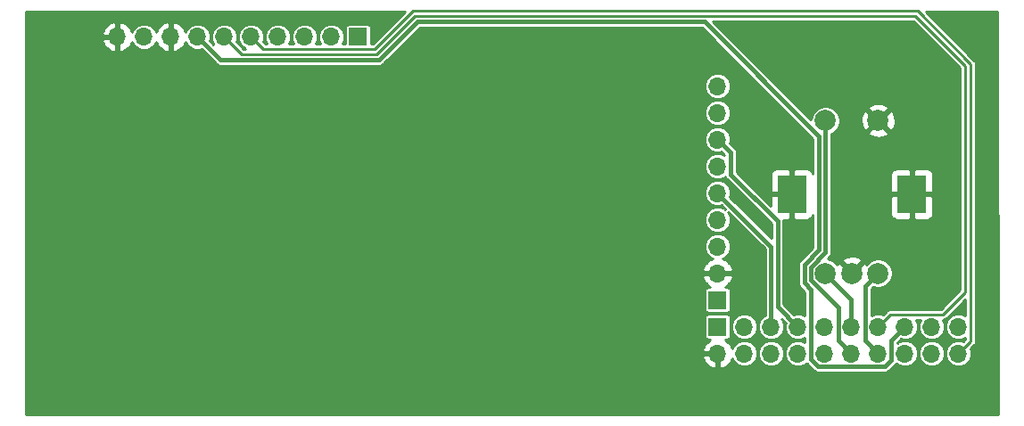
<source format=gbl>
G04 #@! TF.GenerationSoftware,KiCad,Pcbnew,(5.1.4-0)*
G04 #@! TF.CreationDate,2019-11-11T14:35:41+00:00*
G04 #@! TF.ProjectId,2M_DRA818V_Transceiver_tft_encoder,324d5f44-5241-4383-9138-565f5472616e,rev?*
G04 #@! TF.SameCoordinates,Original*
G04 #@! TF.FileFunction,Copper,L2,Bot*
G04 #@! TF.FilePolarity,Positive*
%FSLAX46Y46*%
G04 Gerber Fmt 4.6, Leading zero omitted, Abs format (unit mm)*
G04 Created by KiCad (PCBNEW (5.1.4-0)) date 2019-11-11 14:35:41*
%MOMM*%
%LPD*%
G04 APERTURE LIST*
%ADD10R,1.700000X1.700000*%
%ADD11O,1.700000X1.700000*%
%ADD12R,2.800000X3.600000*%
%ADD13C,2.000000*%
%ADD14C,0.400000*%
%ADD15C,0.250000*%
%ADD16C,0.254000*%
G04 APERTURE END LIST*
D10*
X114046000Y-142367000D03*
D11*
X114046000Y-144907000D03*
X116586000Y-142367000D03*
X116586000Y-144907000D03*
X119126000Y-142367000D03*
X119126000Y-144907000D03*
X121666000Y-142367000D03*
X121666000Y-144907000D03*
X124206000Y-142367000D03*
X124206000Y-144907000D03*
X126746000Y-142367000D03*
X126746000Y-144907000D03*
X129286000Y-142367000D03*
X129286000Y-144907000D03*
X131826000Y-142367000D03*
X131826000Y-144907000D03*
X134366000Y-142367000D03*
X134366000Y-144907000D03*
X136906000Y-142367000D03*
X136906000Y-144907000D03*
D10*
X114046000Y-139827000D03*
D11*
X114046000Y-137287000D03*
X114046000Y-134747000D03*
X114046000Y-132207000D03*
X114046000Y-129667000D03*
X114046000Y-127127000D03*
X114046000Y-124587000D03*
X114046000Y-122047000D03*
X114046000Y-119507000D03*
D12*
X121086000Y-129787000D03*
X132486000Y-129787000D03*
D13*
X124286000Y-122787000D03*
X129286000Y-122787000D03*
X124286000Y-137287000D03*
X126786000Y-137287000D03*
X129286000Y-137287000D03*
D10*
X79921100Y-114833400D03*
D11*
X77381100Y-114833400D03*
X74841100Y-114833400D03*
X72301100Y-114833400D03*
X69761100Y-114833400D03*
X67221100Y-114833400D03*
X64681100Y-114833400D03*
X62141100Y-114833400D03*
X59601100Y-114833400D03*
X57061100Y-114833400D03*
D14*
X119126000Y-134747000D02*
X114046000Y-129667000D01*
X119126000Y-142367000D02*
X119126000Y-134747000D01*
X114895999Y-125436999D02*
X114046000Y-124587000D01*
X115296001Y-125837001D02*
X114895999Y-125436999D01*
X115296001Y-127917003D02*
X115296001Y-125837001D01*
X119726010Y-132347012D02*
X115296001Y-127917003D01*
X119726010Y-140427010D02*
X119726010Y-132347012D01*
X121666000Y-142367000D02*
X119726010Y-140427010D01*
X126746000Y-139747000D02*
X124286000Y-137287000D01*
X126746000Y-142367000D02*
X126746000Y-139747000D01*
X124286000Y-135325998D02*
X124286000Y-122787000D01*
X126746000Y-144907000D02*
X125495999Y-143656999D01*
X122885999Y-136725999D02*
X124286000Y-135325998D01*
X125495999Y-140569001D02*
X122885999Y-137959001D01*
X122885999Y-137959001D02*
X122885999Y-136725999D01*
X125495999Y-143656999D02*
X125495999Y-140569001D01*
D15*
X68846111Y-116458411D02*
X68071099Y-115683399D01*
X81701099Y-116458411D02*
X68846111Y-116458411D01*
X68071099Y-115683399D02*
X67221100Y-114833400D01*
X137566400Y-139064498D02*
X137566400Y-117576600D01*
X85332790Y-112826720D02*
X81701099Y-116458411D01*
X137566400Y-117576600D02*
X132816520Y-112826720D01*
X135438899Y-141191999D02*
X137566400Y-139064498D01*
X132816520Y-112826720D02*
X85332790Y-112826720D01*
X130461001Y-141191999D02*
X135438899Y-141191999D01*
X129286000Y-142367000D02*
X130461001Y-141191999D01*
D14*
X128286001Y-138286999D02*
X129286000Y-137287000D01*
X128035999Y-143656999D02*
X128035999Y-138537001D01*
X128035999Y-138537001D02*
X128286001Y-138286999D01*
X129286000Y-144907000D02*
X128035999Y-143656999D01*
X85541786Y-113360200D02*
X81918565Y-116983421D01*
X122285989Y-136477467D02*
X123685990Y-135077466D01*
X66831121Y-116983421D02*
X65531099Y-115683399D01*
X122916001Y-145467003D02*
X122916001Y-138837545D01*
X65531099Y-115683399D02*
X64681100Y-114833400D01*
X112778728Y-113351730D02*
X112770258Y-113360200D01*
X123685990Y-135077466D02*
X123685990Y-124258992D01*
X81918565Y-116983421D02*
X66831121Y-116983421D01*
X112770258Y-113360200D02*
X85541786Y-113360200D01*
X129886001Y-146157001D02*
X123605999Y-146157001D01*
X123685990Y-124258992D02*
X112778728Y-113351730D01*
X130536001Y-143656999D02*
X130536001Y-145507001D01*
X130536001Y-145507001D02*
X129886001Y-146157001D01*
X123605999Y-146157001D02*
X122916001Y-145467003D01*
X122285989Y-138207533D02*
X122285989Y-136477467D01*
X122916001Y-138837545D02*
X122285989Y-138207533D01*
X131826000Y-142367000D02*
X130536001Y-143656999D01*
D15*
X138081001Y-117443501D02*
X133014210Y-112376710D01*
X138081001Y-143731999D02*
X138081001Y-117443501D01*
X136906000Y-144907000D02*
X138081001Y-143731999D01*
X133014210Y-112376710D02*
X85146390Y-112376710D01*
X70611099Y-115683399D02*
X69761100Y-114833400D01*
X70936101Y-116008401D02*
X70611099Y-115683399D01*
X81514699Y-116008401D02*
X70936101Y-116008401D01*
X85146390Y-112376710D02*
X81514699Y-116008401D01*
D16*
G36*
X81305108Y-115502401D02*
G01*
X81153943Y-115502401D01*
X81153943Y-113983400D01*
X81146587Y-113908711D01*
X81124801Y-113836892D01*
X81089422Y-113770704D01*
X81041811Y-113712689D01*
X80983796Y-113665078D01*
X80917608Y-113629699D01*
X80845789Y-113607913D01*
X80771100Y-113600557D01*
X79071100Y-113600557D01*
X78996411Y-113607913D01*
X78924592Y-113629699D01*
X78858404Y-113665078D01*
X78800389Y-113712689D01*
X78752778Y-113770704D01*
X78717399Y-113836892D01*
X78695613Y-113908711D01*
X78688257Y-113983400D01*
X78688257Y-115502401D01*
X78419327Y-115502401D01*
X78523898Y-115306763D01*
X78594288Y-115074718D01*
X78618056Y-114833400D01*
X78594288Y-114592082D01*
X78523898Y-114360037D01*
X78409591Y-114146184D01*
X78255760Y-113958740D01*
X78068316Y-113804909D01*
X77854463Y-113690602D01*
X77622418Y-113620212D01*
X77441572Y-113602400D01*
X77320628Y-113602400D01*
X77139782Y-113620212D01*
X76907737Y-113690602D01*
X76693884Y-113804909D01*
X76506440Y-113958740D01*
X76352609Y-114146184D01*
X76238302Y-114360037D01*
X76167912Y-114592082D01*
X76144144Y-114833400D01*
X76167912Y-115074718D01*
X76238302Y-115306763D01*
X76342873Y-115502401D01*
X75879327Y-115502401D01*
X75983898Y-115306763D01*
X76054288Y-115074718D01*
X76078056Y-114833400D01*
X76054288Y-114592082D01*
X75983898Y-114360037D01*
X75869591Y-114146184D01*
X75715760Y-113958740D01*
X75528316Y-113804909D01*
X75314463Y-113690602D01*
X75082418Y-113620212D01*
X74901572Y-113602400D01*
X74780628Y-113602400D01*
X74599782Y-113620212D01*
X74367737Y-113690602D01*
X74153884Y-113804909D01*
X73966440Y-113958740D01*
X73812609Y-114146184D01*
X73698302Y-114360037D01*
X73627912Y-114592082D01*
X73604144Y-114833400D01*
X73627912Y-115074718D01*
X73698302Y-115306763D01*
X73802873Y-115502401D01*
X73339327Y-115502401D01*
X73443898Y-115306763D01*
X73514288Y-115074718D01*
X73538056Y-114833400D01*
X73514288Y-114592082D01*
X73443898Y-114360037D01*
X73329591Y-114146184D01*
X73175760Y-113958740D01*
X72988316Y-113804909D01*
X72774463Y-113690602D01*
X72542418Y-113620212D01*
X72361572Y-113602400D01*
X72240628Y-113602400D01*
X72059782Y-113620212D01*
X71827737Y-113690602D01*
X71613884Y-113804909D01*
X71426440Y-113958740D01*
X71272609Y-114146184D01*
X71158302Y-114360037D01*
X71087912Y-114592082D01*
X71064144Y-114833400D01*
X71087912Y-115074718D01*
X71158302Y-115306763D01*
X71262873Y-115502401D01*
X71145692Y-115502401D01*
X70986474Y-115343183D01*
X70986469Y-115343177D01*
X70914641Y-115271349D01*
X70974288Y-115074718D01*
X70998056Y-114833400D01*
X70974288Y-114592082D01*
X70903898Y-114360037D01*
X70789591Y-114146184D01*
X70635760Y-113958740D01*
X70448316Y-113804909D01*
X70234463Y-113690602D01*
X70002418Y-113620212D01*
X69821572Y-113602400D01*
X69700628Y-113602400D01*
X69519782Y-113620212D01*
X69287737Y-113690602D01*
X69073884Y-113804909D01*
X68886440Y-113958740D01*
X68732609Y-114146184D01*
X68618302Y-114360037D01*
X68547912Y-114592082D01*
X68524144Y-114833400D01*
X68547912Y-115074718D01*
X68618302Y-115306763D01*
X68732609Y-115520616D01*
X68886440Y-115708060D01*
X69073884Y-115861891D01*
X69243235Y-115952411D01*
X69055703Y-115952411D01*
X68446473Y-115343182D01*
X68446469Y-115343177D01*
X68374641Y-115271349D01*
X68434288Y-115074718D01*
X68458056Y-114833400D01*
X68434288Y-114592082D01*
X68363898Y-114360037D01*
X68249591Y-114146184D01*
X68095760Y-113958740D01*
X67908316Y-113804909D01*
X67694463Y-113690602D01*
X67462418Y-113620212D01*
X67281572Y-113602400D01*
X67160628Y-113602400D01*
X66979782Y-113620212D01*
X66747737Y-113690602D01*
X66533884Y-113804909D01*
X66346440Y-113958740D01*
X66192609Y-114146184D01*
X66078302Y-114360037D01*
X66007912Y-114592082D01*
X65984144Y-114833400D01*
X66007912Y-115074718D01*
X66078302Y-115306763D01*
X66192609Y-115520616D01*
X66204671Y-115535313D01*
X65962112Y-115292755D01*
X65962108Y-115292750D01*
X65859327Y-115189969D01*
X65894288Y-115074718D01*
X65918056Y-114833400D01*
X65894288Y-114592082D01*
X65823898Y-114360037D01*
X65709591Y-114146184D01*
X65555760Y-113958740D01*
X65368316Y-113804909D01*
X65154463Y-113690602D01*
X64922418Y-113620212D01*
X64741572Y-113602400D01*
X64620628Y-113602400D01*
X64439782Y-113620212D01*
X64207737Y-113690602D01*
X63993884Y-113804909D01*
X63806440Y-113958740D01*
X63652609Y-114146184D01*
X63540083Y-114356705D01*
X63485257Y-114202148D01*
X63336278Y-113952045D01*
X63141369Y-113735812D01*
X62908020Y-113561759D01*
X62645199Y-113436575D01*
X62497990Y-113391924D01*
X62268100Y-113513245D01*
X62268100Y-114706400D01*
X62288100Y-114706400D01*
X62288100Y-114960400D01*
X62268100Y-114960400D01*
X62268100Y-116153555D01*
X62497990Y-116274876D01*
X62645199Y-116230225D01*
X62908020Y-116105041D01*
X63141369Y-115930988D01*
X63336278Y-115714755D01*
X63485257Y-115464652D01*
X63540083Y-115310095D01*
X63652609Y-115520616D01*
X63806440Y-115708060D01*
X63993884Y-115861891D01*
X64207737Y-115976198D01*
X64439782Y-116046588D01*
X64620628Y-116064400D01*
X64741572Y-116064400D01*
X64922418Y-116046588D01*
X65037669Y-116011627D01*
X65140450Y-116114408D01*
X65140455Y-116114412D01*
X66400113Y-117374072D01*
X66418304Y-117396238D01*
X66440470Y-117414429D01*
X66440472Y-117414431D01*
X66506773Y-117468842D01*
X66607706Y-117522792D01*
X66717225Y-117556014D01*
X66831121Y-117567232D01*
X66859661Y-117564421D01*
X81890025Y-117564421D01*
X81918565Y-117567232D01*
X81947105Y-117564421D01*
X82032461Y-117556014D01*
X82141980Y-117522792D01*
X82242913Y-117468842D01*
X82331382Y-117396238D01*
X82349582Y-117374061D01*
X85782444Y-113941200D01*
X112546541Y-113941200D01*
X123104991Y-124499651D01*
X123104991Y-127840031D01*
X123075502Y-127742820D01*
X123016537Y-127632506D01*
X122937185Y-127535815D01*
X122840494Y-127456463D01*
X122730180Y-127397498D01*
X122610482Y-127361188D01*
X122486000Y-127348928D01*
X121371750Y-127352000D01*
X121213000Y-127510750D01*
X121213000Y-129660000D01*
X121233000Y-129660000D01*
X121233000Y-129914000D01*
X121213000Y-129914000D01*
X121213000Y-132063250D01*
X121371750Y-132222000D01*
X122486000Y-132225072D01*
X122610482Y-132212812D01*
X122730180Y-132176502D01*
X122840494Y-132117537D01*
X122937185Y-132038185D01*
X123016537Y-131941494D01*
X123075502Y-131831180D01*
X123104990Y-131733970D01*
X123104990Y-134836808D01*
X121895344Y-136046455D01*
X121873173Y-136064650D01*
X121854980Y-136086819D01*
X121800568Y-136153120D01*
X121746618Y-136254053D01*
X121713396Y-136363572D01*
X121702178Y-136477467D01*
X121704990Y-136506017D01*
X121704989Y-138178993D01*
X121702178Y-138207533D01*
X121704989Y-138236072D01*
X121713396Y-138321428D01*
X121746618Y-138430947D01*
X121800568Y-138531880D01*
X121873172Y-138620350D01*
X121895349Y-138638550D01*
X122335002Y-139078204D01*
X122335002Y-141328773D01*
X122139363Y-141224202D01*
X121907318Y-141153812D01*
X121726472Y-141136000D01*
X121605528Y-141136000D01*
X121424682Y-141153812D01*
X121309431Y-141188773D01*
X120307010Y-140186353D01*
X120307010Y-132375552D01*
X120309821Y-132347012D01*
X120298603Y-132233116D01*
X120295653Y-132223391D01*
X120800250Y-132222000D01*
X120959000Y-132063250D01*
X120959000Y-129914000D01*
X119209750Y-129914000D01*
X119051000Y-130072750D01*
X119049426Y-130848769D01*
X116187656Y-127987000D01*
X119047928Y-127987000D01*
X119051000Y-129501250D01*
X119209750Y-129660000D01*
X120959000Y-129660000D01*
X120959000Y-127510750D01*
X120800250Y-127352000D01*
X119686000Y-127348928D01*
X119561518Y-127361188D01*
X119441820Y-127397498D01*
X119331506Y-127456463D01*
X119234815Y-127535815D01*
X119155463Y-127632506D01*
X119096498Y-127742820D01*
X119060188Y-127862518D01*
X119047928Y-127987000D01*
X116187656Y-127987000D01*
X115877001Y-127676346D01*
X115877001Y-125865537D01*
X115879812Y-125837000D01*
X115872360Y-125761346D01*
X115868594Y-125723105D01*
X115835372Y-125613586D01*
X115781422Y-125512653D01*
X115708818Y-125424184D01*
X115686646Y-125405988D01*
X115327012Y-125046355D01*
X115327008Y-125046350D01*
X115224227Y-124943569D01*
X115259188Y-124828318D01*
X115282956Y-124587000D01*
X115259188Y-124345682D01*
X115188798Y-124113637D01*
X115074491Y-123899784D01*
X114920660Y-123712340D01*
X114733216Y-123558509D01*
X114519363Y-123444202D01*
X114287318Y-123373812D01*
X114106472Y-123356000D01*
X113985528Y-123356000D01*
X113804682Y-123373812D01*
X113572637Y-123444202D01*
X113358784Y-123558509D01*
X113171340Y-123712340D01*
X113017509Y-123899784D01*
X112903202Y-124113637D01*
X112832812Y-124345682D01*
X112809044Y-124587000D01*
X112832812Y-124828318D01*
X112903202Y-125060363D01*
X113017509Y-125274216D01*
X113171340Y-125461660D01*
X113358784Y-125615491D01*
X113572637Y-125729798D01*
X113804682Y-125800188D01*
X113985528Y-125818000D01*
X114106472Y-125818000D01*
X114287318Y-125800188D01*
X114402569Y-125765227D01*
X114505350Y-125868008D01*
X114505355Y-125868012D01*
X114715002Y-126077659D01*
X114715002Y-126088773D01*
X114519363Y-125984202D01*
X114287318Y-125913812D01*
X114106472Y-125896000D01*
X113985528Y-125896000D01*
X113804682Y-125913812D01*
X113572637Y-125984202D01*
X113358784Y-126098509D01*
X113171340Y-126252340D01*
X113017509Y-126439784D01*
X112903202Y-126653637D01*
X112832812Y-126885682D01*
X112809044Y-127127000D01*
X112832812Y-127368318D01*
X112903202Y-127600363D01*
X113017509Y-127814216D01*
X113171340Y-128001660D01*
X113358784Y-128155491D01*
X113572637Y-128269798D01*
X113804682Y-128340188D01*
X113985528Y-128358000D01*
X114106472Y-128358000D01*
X114287318Y-128340188D01*
X114519363Y-128269798D01*
X114733216Y-128155491D01*
X114755624Y-128137101D01*
X114756630Y-128140417D01*
X114810580Y-128241350D01*
X114883184Y-128329820D01*
X114905361Y-128348020D01*
X119145011Y-132587672D01*
X119145011Y-133944353D01*
X115224227Y-130023570D01*
X115259188Y-129908318D01*
X115282956Y-129667000D01*
X115259188Y-129425682D01*
X115188798Y-129193637D01*
X115074491Y-128979784D01*
X114920660Y-128792340D01*
X114733216Y-128638509D01*
X114519363Y-128524202D01*
X114287318Y-128453812D01*
X114106472Y-128436000D01*
X113985528Y-128436000D01*
X113804682Y-128453812D01*
X113572637Y-128524202D01*
X113358784Y-128638509D01*
X113171340Y-128792340D01*
X113017509Y-128979784D01*
X112903202Y-129193637D01*
X112832812Y-129425682D01*
X112809044Y-129667000D01*
X112832812Y-129908318D01*
X112903202Y-130140363D01*
X113017509Y-130354216D01*
X113171340Y-130541660D01*
X113358784Y-130695491D01*
X113572637Y-130809798D01*
X113804682Y-130880188D01*
X113985528Y-130898000D01*
X114106472Y-130898000D01*
X114287318Y-130880188D01*
X114402570Y-130845227D01*
X114747915Y-131190572D01*
X114733216Y-131178509D01*
X114519363Y-131064202D01*
X114287318Y-130993812D01*
X114106472Y-130976000D01*
X113985528Y-130976000D01*
X113804682Y-130993812D01*
X113572637Y-131064202D01*
X113358784Y-131178509D01*
X113171340Y-131332340D01*
X113017509Y-131519784D01*
X112903202Y-131733637D01*
X112832812Y-131965682D01*
X112809044Y-132207000D01*
X112832812Y-132448318D01*
X112903202Y-132680363D01*
X113017509Y-132894216D01*
X113171340Y-133081660D01*
X113358784Y-133235491D01*
X113572637Y-133349798D01*
X113804682Y-133420188D01*
X113985528Y-133438000D01*
X114106472Y-133438000D01*
X114287318Y-133420188D01*
X114519363Y-133349798D01*
X114733216Y-133235491D01*
X114920660Y-133081660D01*
X115074491Y-132894216D01*
X115188798Y-132680363D01*
X115259188Y-132448318D01*
X115282956Y-132207000D01*
X115259188Y-131965682D01*
X115188798Y-131733637D01*
X115074491Y-131519784D01*
X115062429Y-131505086D01*
X118545001Y-134987659D01*
X118545000Y-141281735D01*
X118438784Y-141338509D01*
X118251340Y-141492340D01*
X118097509Y-141679784D01*
X117983202Y-141893637D01*
X117912812Y-142125682D01*
X117889044Y-142367000D01*
X117912812Y-142608318D01*
X117983202Y-142840363D01*
X118097509Y-143054216D01*
X118251340Y-143241660D01*
X118438784Y-143395491D01*
X118652637Y-143509798D01*
X118884682Y-143580188D01*
X119065528Y-143598000D01*
X119186472Y-143598000D01*
X119367318Y-143580188D01*
X119599363Y-143509798D01*
X119813216Y-143395491D01*
X120000660Y-143241660D01*
X120154491Y-143054216D01*
X120268798Y-142840363D01*
X120339188Y-142608318D01*
X120362956Y-142367000D01*
X120339188Y-142125682D01*
X120268798Y-141893637D01*
X120154491Y-141679784D01*
X120142429Y-141665087D01*
X120487773Y-142010431D01*
X120452812Y-142125682D01*
X120429044Y-142367000D01*
X120452812Y-142608318D01*
X120523202Y-142840363D01*
X120637509Y-143054216D01*
X120791340Y-143241660D01*
X120978784Y-143395491D01*
X121192637Y-143509798D01*
X121424682Y-143580188D01*
X121605528Y-143598000D01*
X121726472Y-143598000D01*
X121907318Y-143580188D01*
X122139363Y-143509798D01*
X122335001Y-143405227D01*
X122335001Y-143868773D01*
X122139363Y-143764202D01*
X121907318Y-143693812D01*
X121726472Y-143676000D01*
X121605528Y-143676000D01*
X121424682Y-143693812D01*
X121192637Y-143764202D01*
X120978784Y-143878509D01*
X120791340Y-144032340D01*
X120637509Y-144219784D01*
X120523202Y-144433637D01*
X120452812Y-144665682D01*
X120429044Y-144907000D01*
X120452812Y-145148318D01*
X120523202Y-145380363D01*
X120637509Y-145594216D01*
X120791340Y-145781660D01*
X120978784Y-145935491D01*
X121192637Y-146049798D01*
X121424682Y-146120188D01*
X121605528Y-146138000D01*
X121726472Y-146138000D01*
X121907318Y-146120188D01*
X122139363Y-146049798D01*
X122353216Y-145935491D01*
X122470130Y-145839543D01*
X122503184Y-145879820D01*
X122525361Y-145898020D01*
X123174986Y-146547646D01*
X123193182Y-146569818D01*
X123281651Y-146642422D01*
X123382584Y-146696372D01*
X123492103Y-146729594D01*
X123605999Y-146740812D01*
X123634539Y-146738001D01*
X129857461Y-146738001D01*
X129886001Y-146740812D01*
X129914541Y-146738001D01*
X129999897Y-146729594D01*
X130109416Y-146696372D01*
X130210349Y-146642422D01*
X130298818Y-146569818D01*
X130317018Y-146547641D01*
X130926646Y-145938014D01*
X130948818Y-145919818D01*
X131017584Y-145836025D01*
X131138784Y-145935491D01*
X131352637Y-146049798D01*
X131584682Y-146120188D01*
X131765528Y-146138000D01*
X131886472Y-146138000D01*
X132067318Y-146120188D01*
X132299363Y-146049798D01*
X132513216Y-145935491D01*
X132700660Y-145781660D01*
X132854491Y-145594216D01*
X132968798Y-145380363D01*
X133039188Y-145148318D01*
X133062956Y-144907000D01*
X133129044Y-144907000D01*
X133152812Y-145148318D01*
X133223202Y-145380363D01*
X133337509Y-145594216D01*
X133491340Y-145781660D01*
X133678784Y-145935491D01*
X133892637Y-146049798D01*
X134124682Y-146120188D01*
X134305528Y-146138000D01*
X134426472Y-146138000D01*
X134607318Y-146120188D01*
X134839363Y-146049798D01*
X135053216Y-145935491D01*
X135240660Y-145781660D01*
X135394491Y-145594216D01*
X135508798Y-145380363D01*
X135579188Y-145148318D01*
X135602956Y-144907000D01*
X135579188Y-144665682D01*
X135508798Y-144433637D01*
X135394491Y-144219784D01*
X135240660Y-144032340D01*
X135053216Y-143878509D01*
X134839363Y-143764202D01*
X134607318Y-143693812D01*
X134426472Y-143676000D01*
X134305528Y-143676000D01*
X134124682Y-143693812D01*
X133892637Y-143764202D01*
X133678784Y-143878509D01*
X133491340Y-144032340D01*
X133337509Y-144219784D01*
X133223202Y-144433637D01*
X133152812Y-144665682D01*
X133129044Y-144907000D01*
X133062956Y-144907000D01*
X133039188Y-144665682D01*
X132968798Y-144433637D01*
X132854491Y-144219784D01*
X132700660Y-144032340D01*
X132513216Y-143878509D01*
X132299363Y-143764202D01*
X132067318Y-143693812D01*
X131886472Y-143676000D01*
X131765528Y-143676000D01*
X131584682Y-143693812D01*
X131352637Y-143764202D01*
X131138784Y-143878509D01*
X131124085Y-143890572D01*
X131469431Y-143545227D01*
X131584682Y-143580188D01*
X131765528Y-143598000D01*
X131886472Y-143598000D01*
X132067318Y-143580188D01*
X132299363Y-143509798D01*
X132513216Y-143395491D01*
X132700660Y-143241660D01*
X132854491Y-143054216D01*
X132968798Y-142840363D01*
X133039188Y-142608318D01*
X133062956Y-142367000D01*
X133039188Y-142125682D01*
X132968798Y-141893637D01*
X132864227Y-141697999D01*
X133327773Y-141697999D01*
X133223202Y-141893637D01*
X133152812Y-142125682D01*
X133129044Y-142367000D01*
X133152812Y-142608318D01*
X133223202Y-142840363D01*
X133337509Y-143054216D01*
X133491340Y-143241660D01*
X133678784Y-143395491D01*
X133892637Y-143509798D01*
X134124682Y-143580188D01*
X134305528Y-143598000D01*
X134426472Y-143598000D01*
X134607318Y-143580188D01*
X134839363Y-143509798D01*
X135053216Y-143395491D01*
X135240660Y-143241660D01*
X135394491Y-143054216D01*
X135508798Y-142840363D01*
X135579188Y-142608318D01*
X135602956Y-142367000D01*
X135579188Y-142125682D01*
X135508798Y-141893637D01*
X135404227Y-141697999D01*
X135414053Y-141697999D01*
X135438899Y-141700446D01*
X135463745Y-141697999D01*
X135463753Y-141697999D01*
X135538092Y-141690677D01*
X135633474Y-141661744D01*
X135721378Y-141614758D01*
X135798426Y-141551526D01*
X135814275Y-141532214D01*
X137575001Y-139771489D01*
X137575001Y-141328773D01*
X137379363Y-141224202D01*
X137147318Y-141153812D01*
X136966472Y-141136000D01*
X136845528Y-141136000D01*
X136664682Y-141153812D01*
X136432637Y-141224202D01*
X136218784Y-141338509D01*
X136031340Y-141492340D01*
X135877509Y-141679784D01*
X135763202Y-141893637D01*
X135692812Y-142125682D01*
X135669044Y-142367000D01*
X135692812Y-142608318D01*
X135763202Y-142840363D01*
X135877509Y-143054216D01*
X136031340Y-143241660D01*
X136218784Y-143395491D01*
X136432637Y-143509798D01*
X136664682Y-143580188D01*
X136845528Y-143598000D01*
X136966472Y-143598000D01*
X137147318Y-143580188D01*
X137379363Y-143509798D01*
X137575001Y-143405227D01*
X137575001Y-143522407D01*
X137343949Y-143753459D01*
X137147318Y-143693812D01*
X136966472Y-143676000D01*
X136845528Y-143676000D01*
X136664682Y-143693812D01*
X136432637Y-143764202D01*
X136218784Y-143878509D01*
X136031340Y-144032340D01*
X135877509Y-144219784D01*
X135763202Y-144433637D01*
X135692812Y-144665682D01*
X135669044Y-144907000D01*
X135692812Y-145148318D01*
X135763202Y-145380363D01*
X135877509Y-145594216D01*
X136031340Y-145781660D01*
X136218784Y-145935491D01*
X136432637Y-146049798D01*
X136664682Y-146120188D01*
X136845528Y-146138000D01*
X136966472Y-146138000D01*
X137147318Y-146120188D01*
X137379363Y-146049798D01*
X137593216Y-145935491D01*
X137780660Y-145781660D01*
X137934491Y-145594216D01*
X138048798Y-145380363D01*
X138119188Y-145148318D01*
X138142956Y-144907000D01*
X138119188Y-144665682D01*
X138059541Y-144469051D01*
X138421221Y-144107371D01*
X138440528Y-144091526D01*
X138503760Y-144014478D01*
X138550746Y-143926574D01*
X138579679Y-143831192D01*
X138587001Y-143756853D01*
X138587001Y-143756846D01*
X138589448Y-143732000D01*
X138587001Y-143707154D01*
X138587001Y-117468355D01*
X138589449Y-117443501D01*
X138579679Y-117344308D01*
X138550746Y-117248926D01*
X138528248Y-117206836D01*
X138503760Y-117161022D01*
X138440528Y-117083974D01*
X138421221Y-117068129D01*
X133785791Y-112432700D01*
X140552486Y-112432700D01*
X140664412Y-150711300D01*
X48374427Y-150711300D01*
X48381505Y-145263891D01*
X112604519Y-145263891D01*
X112701843Y-145538252D01*
X112850822Y-145788355D01*
X113045731Y-146004588D01*
X113279080Y-146178641D01*
X113541901Y-146303825D01*
X113689110Y-146348476D01*
X113919000Y-146227155D01*
X113919000Y-145034000D01*
X112725186Y-145034000D01*
X112604519Y-145263891D01*
X48381505Y-145263891D01*
X48382433Y-144550109D01*
X112604519Y-144550109D01*
X112725186Y-144780000D01*
X113919000Y-144780000D01*
X113919000Y-144760000D01*
X114173000Y-144760000D01*
X114173000Y-144780000D01*
X114193000Y-144780000D01*
X114193000Y-145034000D01*
X114173000Y-145034000D01*
X114173000Y-146227155D01*
X114402890Y-146348476D01*
X114550099Y-146303825D01*
X114812920Y-146178641D01*
X115046269Y-146004588D01*
X115241178Y-145788355D01*
X115390157Y-145538252D01*
X115444983Y-145383695D01*
X115557509Y-145594216D01*
X115711340Y-145781660D01*
X115898784Y-145935491D01*
X116112637Y-146049798D01*
X116344682Y-146120188D01*
X116525528Y-146138000D01*
X116646472Y-146138000D01*
X116827318Y-146120188D01*
X117059363Y-146049798D01*
X117273216Y-145935491D01*
X117460660Y-145781660D01*
X117614491Y-145594216D01*
X117728798Y-145380363D01*
X117799188Y-145148318D01*
X117822956Y-144907000D01*
X117889044Y-144907000D01*
X117912812Y-145148318D01*
X117983202Y-145380363D01*
X118097509Y-145594216D01*
X118251340Y-145781660D01*
X118438784Y-145935491D01*
X118652637Y-146049798D01*
X118884682Y-146120188D01*
X119065528Y-146138000D01*
X119186472Y-146138000D01*
X119367318Y-146120188D01*
X119599363Y-146049798D01*
X119813216Y-145935491D01*
X120000660Y-145781660D01*
X120154491Y-145594216D01*
X120268798Y-145380363D01*
X120339188Y-145148318D01*
X120362956Y-144907000D01*
X120339188Y-144665682D01*
X120268798Y-144433637D01*
X120154491Y-144219784D01*
X120000660Y-144032340D01*
X119813216Y-143878509D01*
X119599363Y-143764202D01*
X119367318Y-143693812D01*
X119186472Y-143676000D01*
X119065528Y-143676000D01*
X118884682Y-143693812D01*
X118652637Y-143764202D01*
X118438784Y-143878509D01*
X118251340Y-144032340D01*
X118097509Y-144219784D01*
X117983202Y-144433637D01*
X117912812Y-144665682D01*
X117889044Y-144907000D01*
X117822956Y-144907000D01*
X117799188Y-144665682D01*
X117728798Y-144433637D01*
X117614491Y-144219784D01*
X117460660Y-144032340D01*
X117273216Y-143878509D01*
X117059363Y-143764202D01*
X116827318Y-143693812D01*
X116646472Y-143676000D01*
X116525528Y-143676000D01*
X116344682Y-143693812D01*
X116112637Y-143764202D01*
X115898784Y-143878509D01*
X115711340Y-144032340D01*
X115557509Y-144219784D01*
X115444983Y-144430305D01*
X115390157Y-144275748D01*
X115241178Y-144025645D01*
X115046269Y-143809412D01*
X114812920Y-143635359D01*
X114738355Y-143599843D01*
X114896000Y-143599843D01*
X114970689Y-143592487D01*
X115042508Y-143570701D01*
X115108696Y-143535322D01*
X115166711Y-143487711D01*
X115214322Y-143429696D01*
X115249701Y-143363508D01*
X115271487Y-143291689D01*
X115278843Y-143217000D01*
X115278843Y-142367000D01*
X115349044Y-142367000D01*
X115372812Y-142608318D01*
X115443202Y-142840363D01*
X115557509Y-143054216D01*
X115711340Y-143241660D01*
X115898784Y-143395491D01*
X116112637Y-143509798D01*
X116344682Y-143580188D01*
X116525528Y-143598000D01*
X116646472Y-143598000D01*
X116827318Y-143580188D01*
X117059363Y-143509798D01*
X117273216Y-143395491D01*
X117460660Y-143241660D01*
X117614491Y-143054216D01*
X117728798Y-142840363D01*
X117799188Y-142608318D01*
X117822956Y-142367000D01*
X117799188Y-142125682D01*
X117728798Y-141893637D01*
X117614491Y-141679784D01*
X117460660Y-141492340D01*
X117273216Y-141338509D01*
X117059363Y-141224202D01*
X116827318Y-141153812D01*
X116646472Y-141136000D01*
X116525528Y-141136000D01*
X116344682Y-141153812D01*
X116112637Y-141224202D01*
X115898784Y-141338509D01*
X115711340Y-141492340D01*
X115557509Y-141679784D01*
X115443202Y-141893637D01*
X115372812Y-142125682D01*
X115349044Y-142367000D01*
X115278843Y-142367000D01*
X115278843Y-141517000D01*
X115271487Y-141442311D01*
X115249701Y-141370492D01*
X115214322Y-141304304D01*
X115166711Y-141246289D01*
X115108696Y-141198678D01*
X115042508Y-141163299D01*
X114970689Y-141141513D01*
X114896000Y-141134157D01*
X113196000Y-141134157D01*
X113121311Y-141141513D01*
X113049492Y-141163299D01*
X112983304Y-141198678D01*
X112925289Y-141246289D01*
X112877678Y-141304304D01*
X112842299Y-141370492D01*
X112820513Y-141442311D01*
X112813157Y-141517000D01*
X112813157Y-143217000D01*
X112820513Y-143291689D01*
X112842299Y-143363508D01*
X112877678Y-143429696D01*
X112925289Y-143487711D01*
X112983304Y-143535322D01*
X113049492Y-143570701D01*
X113121311Y-143592487D01*
X113196000Y-143599843D01*
X113353645Y-143599843D01*
X113279080Y-143635359D01*
X113045731Y-143809412D01*
X112850822Y-144025645D01*
X112701843Y-144275748D01*
X112604519Y-144550109D01*
X48382433Y-144550109D01*
X48391408Y-137643890D01*
X112604524Y-137643890D01*
X112649175Y-137791099D01*
X112774359Y-138053920D01*
X112948412Y-138287269D01*
X113164645Y-138482178D01*
X113352633Y-138594157D01*
X113196000Y-138594157D01*
X113121311Y-138601513D01*
X113049492Y-138623299D01*
X112983304Y-138658678D01*
X112925289Y-138706289D01*
X112877678Y-138764304D01*
X112842299Y-138830492D01*
X112820513Y-138902311D01*
X112813157Y-138977000D01*
X112813157Y-140677000D01*
X112820513Y-140751689D01*
X112842299Y-140823508D01*
X112877678Y-140889696D01*
X112925289Y-140947711D01*
X112983304Y-140995322D01*
X113049492Y-141030701D01*
X113121311Y-141052487D01*
X113196000Y-141059843D01*
X114896000Y-141059843D01*
X114970689Y-141052487D01*
X115042508Y-141030701D01*
X115108696Y-140995322D01*
X115166711Y-140947711D01*
X115214322Y-140889696D01*
X115249701Y-140823508D01*
X115271487Y-140751689D01*
X115278843Y-140677000D01*
X115278843Y-138977000D01*
X115271487Y-138902311D01*
X115249701Y-138830492D01*
X115214322Y-138764304D01*
X115166711Y-138706289D01*
X115108696Y-138658678D01*
X115042508Y-138623299D01*
X114970689Y-138601513D01*
X114896000Y-138594157D01*
X114739367Y-138594157D01*
X114927355Y-138482178D01*
X115143588Y-138287269D01*
X115317641Y-138053920D01*
X115442825Y-137791099D01*
X115487476Y-137643890D01*
X115366155Y-137414000D01*
X114173000Y-137414000D01*
X114173000Y-137434000D01*
X113919000Y-137434000D01*
X113919000Y-137414000D01*
X112725845Y-137414000D01*
X112604524Y-137643890D01*
X48391408Y-137643890D01*
X48392335Y-136930110D01*
X112604524Y-136930110D01*
X112725845Y-137160000D01*
X113919000Y-137160000D01*
X113919000Y-137140000D01*
X114173000Y-137140000D01*
X114173000Y-137160000D01*
X115366155Y-137160000D01*
X115487476Y-136930110D01*
X115442825Y-136782901D01*
X115317641Y-136520080D01*
X115143588Y-136286731D01*
X114927355Y-136091822D01*
X114677252Y-135942843D01*
X114522695Y-135888017D01*
X114733216Y-135775491D01*
X114920660Y-135621660D01*
X115074491Y-135434216D01*
X115188798Y-135220363D01*
X115259188Y-134988318D01*
X115282956Y-134747000D01*
X115259188Y-134505682D01*
X115188798Y-134273637D01*
X115074491Y-134059784D01*
X114920660Y-133872340D01*
X114733216Y-133718509D01*
X114519363Y-133604202D01*
X114287318Y-133533812D01*
X114106472Y-133516000D01*
X113985528Y-133516000D01*
X113804682Y-133533812D01*
X113572637Y-133604202D01*
X113358784Y-133718509D01*
X113171340Y-133872340D01*
X113017509Y-134059784D01*
X112903202Y-134273637D01*
X112832812Y-134505682D01*
X112809044Y-134747000D01*
X112832812Y-134988318D01*
X112903202Y-135220363D01*
X113017509Y-135434216D01*
X113171340Y-135621660D01*
X113358784Y-135775491D01*
X113569305Y-135888017D01*
X113414748Y-135942843D01*
X113164645Y-136091822D01*
X112948412Y-136286731D01*
X112774359Y-136520080D01*
X112649175Y-136782901D01*
X112604524Y-136930110D01*
X48392335Y-136930110D01*
X48411677Y-122047000D01*
X112809044Y-122047000D01*
X112832812Y-122288318D01*
X112903202Y-122520363D01*
X113017509Y-122734216D01*
X113171340Y-122921660D01*
X113358784Y-123075491D01*
X113572637Y-123189798D01*
X113804682Y-123260188D01*
X113985528Y-123278000D01*
X114106472Y-123278000D01*
X114287318Y-123260188D01*
X114519363Y-123189798D01*
X114733216Y-123075491D01*
X114920660Y-122921660D01*
X115074491Y-122734216D01*
X115188798Y-122520363D01*
X115259188Y-122288318D01*
X115282956Y-122047000D01*
X115259188Y-121805682D01*
X115188798Y-121573637D01*
X115074491Y-121359784D01*
X114920660Y-121172340D01*
X114733216Y-121018509D01*
X114519363Y-120904202D01*
X114287318Y-120833812D01*
X114106472Y-120816000D01*
X113985528Y-120816000D01*
X113804682Y-120833812D01*
X113572637Y-120904202D01*
X113358784Y-121018509D01*
X113171340Y-121172340D01*
X113017509Y-121359784D01*
X112903202Y-121573637D01*
X112832812Y-121805682D01*
X112809044Y-122047000D01*
X48411677Y-122047000D01*
X48414977Y-119507000D01*
X112809044Y-119507000D01*
X112832812Y-119748318D01*
X112903202Y-119980363D01*
X113017509Y-120194216D01*
X113171340Y-120381660D01*
X113358784Y-120535491D01*
X113572637Y-120649798D01*
X113804682Y-120720188D01*
X113985528Y-120738000D01*
X114106472Y-120738000D01*
X114287318Y-120720188D01*
X114519363Y-120649798D01*
X114733216Y-120535491D01*
X114920660Y-120381660D01*
X115074491Y-120194216D01*
X115188798Y-119980363D01*
X115259188Y-119748318D01*
X115282956Y-119507000D01*
X115259188Y-119265682D01*
X115188798Y-119033637D01*
X115074491Y-118819784D01*
X114920660Y-118632340D01*
X114733216Y-118478509D01*
X114519363Y-118364202D01*
X114287318Y-118293812D01*
X114106472Y-118276000D01*
X113985528Y-118276000D01*
X113804682Y-118293812D01*
X113572637Y-118364202D01*
X113358784Y-118478509D01*
X113171340Y-118632340D01*
X113017509Y-118819784D01*
X112903202Y-119033637D01*
X112832812Y-119265682D01*
X112809044Y-119507000D01*
X48414977Y-119507000D01*
X48420588Y-115190291D01*
X55619619Y-115190291D01*
X55716943Y-115464652D01*
X55865922Y-115714755D01*
X56060831Y-115930988D01*
X56294180Y-116105041D01*
X56557001Y-116230225D01*
X56704210Y-116274876D01*
X56934100Y-116153555D01*
X56934100Y-114960400D01*
X55740286Y-114960400D01*
X55619619Y-115190291D01*
X48420588Y-115190291D01*
X48421515Y-114476509D01*
X55619619Y-114476509D01*
X55740286Y-114706400D01*
X56934100Y-114706400D01*
X56934100Y-113513245D01*
X57188100Y-113513245D01*
X57188100Y-114706400D01*
X57208100Y-114706400D01*
X57208100Y-114960400D01*
X57188100Y-114960400D01*
X57188100Y-116153555D01*
X57417990Y-116274876D01*
X57565199Y-116230225D01*
X57828020Y-116105041D01*
X58061369Y-115930988D01*
X58256278Y-115714755D01*
X58405257Y-115464652D01*
X58460083Y-115310095D01*
X58572609Y-115520616D01*
X58726440Y-115708060D01*
X58913884Y-115861891D01*
X59127737Y-115976198D01*
X59359782Y-116046588D01*
X59540628Y-116064400D01*
X59661572Y-116064400D01*
X59842418Y-116046588D01*
X60074463Y-115976198D01*
X60288316Y-115861891D01*
X60475760Y-115708060D01*
X60629591Y-115520616D01*
X60742117Y-115310095D01*
X60796943Y-115464652D01*
X60945922Y-115714755D01*
X61140831Y-115930988D01*
X61374180Y-116105041D01*
X61637001Y-116230225D01*
X61784210Y-116274876D01*
X62014100Y-116153555D01*
X62014100Y-114960400D01*
X61994100Y-114960400D01*
X61994100Y-114706400D01*
X62014100Y-114706400D01*
X62014100Y-113513245D01*
X61784210Y-113391924D01*
X61637001Y-113436575D01*
X61374180Y-113561759D01*
X61140831Y-113735812D01*
X60945922Y-113952045D01*
X60796943Y-114202148D01*
X60742117Y-114356705D01*
X60629591Y-114146184D01*
X60475760Y-113958740D01*
X60288316Y-113804909D01*
X60074463Y-113690602D01*
X59842418Y-113620212D01*
X59661572Y-113602400D01*
X59540628Y-113602400D01*
X59359782Y-113620212D01*
X59127737Y-113690602D01*
X58913884Y-113804909D01*
X58726440Y-113958740D01*
X58572609Y-114146184D01*
X58460083Y-114356705D01*
X58405257Y-114202148D01*
X58256278Y-113952045D01*
X58061369Y-113735812D01*
X57828020Y-113561759D01*
X57565199Y-113436575D01*
X57417990Y-113391924D01*
X57188100Y-113513245D01*
X56934100Y-113513245D01*
X56704210Y-113391924D01*
X56557001Y-113436575D01*
X56294180Y-113561759D01*
X56060831Y-113735812D01*
X55865922Y-113952045D01*
X55716943Y-114202148D01*
X55619619Y-114476509D01*
X48421515Y-114476509D01*
X48424172Y-112432700D01*
X84374808Y-112432700D01*
X81305108Y-115502401D01*
X81305108Y-115502401D01*
G37*
X81305108Y-115502401D02*
X81153943Y-115502401D01*
X81153943Y-113983400D01*
X81146587Y-113908711D01*
X81124801Y-113836892D01*
X81089422Y-113770704D01*
X81041811Y-113712689D01*
X80983796Y-113665078D01*
X80917608Y-113629699D01*
X80845789Y-113607913D01*
X80771100Y-113600557D01*
X79071100Y-113600557D01*
X78996411Y-113607913D01*
X78924592Y-113629699D01*
X78858404Y-113665078D01*
X78800389Y-113712689D01*
X78752778Y-113770704D01*
X78717399Y-113836892D01*
X78695613Y-113908711D01*
X78688257Y-113983400D01*
X78688257Y-115502401D01*
X78419327Y-115502401D01*
X78523898Y-115306763D01*
X78594288Y-115074718D01*
X78618056Y-114833400D01*
X78594288Y-114592082D01*
X78523898Y-114360037D01*
X78409591Y-114146184D01*
X78255760Y-113958740D01*
X78068316Y-113804909D01*
X77854463Y-113690602D01*
X77622418Y-113620212D01*
X77441572Y-113602400D01*
X77320628Y-113602400D01*
X77139782Y-113620212D01*
X76907737Y-113690602D01*
X76693884Y-113804909D01*
X76506440Y-113958740D01*
X76352609Y-114146184D01*
X76238302Y-114360037D01*
X76167912Y-114592082D01*
X76144144Y-114833400D01*
X76167912Y-115074718D01*
X76238302Y-115306763D01*
X76342873Y-115502401D01*
X75879327Y-115502401D01*
X75983898Y-115306763D01*
X76054288Y-115074718D01*
X76078056Y-114833400D01*
X76054288Y-114592082D01*
X75983898Y-114360037D01*
X75869591Y-114146184D01*
X75715760Y-113958740D01*
X75528316Y-113804909D01*
X75314463Y-113690602D01*
X75082418Y-113620212D01*
X74901572Y-113602400D01*
X74780628Y-113602400D01*
X74599782Y-113620212D01*
X74367737Y-113690602D01*
X74153884Y-113804909D01*
X73966440Y-113958740D01*
X73812609Y-114146184D01*
X73698302Y-114360037D01*
X73627912Y-114592082D01*
X73604144Y-114833400D01*
X73627912Y-115074718D01*
X73698302Y-115306763D01*
X73802873Y-115502401D01*
X73339327Y-115502401D01*
X73443898Y-115306763D01*
X73514288Y-115074718D01*
X73538056Y-114833400D01*
X73514288Y-114592082D01*
X73443898Y-114360037D01*
X73329591Y-114146184D01*
X73175760Y-113958740D01*
X72988316Y-113804909D01*
X72774463Y-113690602D01*
X72542418Y-113620212D01*
X72361572Y-113602400D01*
X72240628Y-113602400D01*
X72059782Y-113620212D01*
X71827737Y-113690602D01*
X71613884Y-113804909D01*
X71426440Y-113958740D01*
X71272609Y-114146184D01*
X71158302Y-114360037D01*
X71087912Y-114592082D01*
X71064144Y-114833400D01*
X71087912Y-115074718D01*
X71158302Y-115306763D01*
X71262873Y-115502401D01*
X71145692Y-115502401D01*
X70986474Y-115343183D01*
X70986469Y-115343177D01*
X70914641Y-115271349D01*
X70974288Y-115074718D01*
X70998056Y-114833400D01*
X70974288Y-114592082D01*
X70903898Y-114360037D01*
X70789591Y-114146184D01*
X70635760Y-113958740D01*
X70448316Y-113804909D01*
X70234463Y-113690602D01*
X70002418Y-113620212D01*
X69821572Y-113602400D01*
X69700628Y-113602400D01*
X69519782Y-113620212D01*
X69287737Y-113690602D01*
X69073884Y-113804909D01*
X68886440Y-113958740D01*
X68732609Y-114146184D01*
X68618302Y-114360037D01*
X68547912Y-114592082D01*
X68524144Y-114833400D01*
X68547912Y-115074718D01*
X68618302Y-115306763D01*
X68732609Y-115520616D01*
X68886440Y-115708060D01*
X69073884Y-115861891D01*
X69243235Y-115952411D01*
X69055703Y-115952411D01*
X68446473Y-115343182D01*
X68446469Y-115343177D01*
X68374641Y-115271349D01*
X68434288Y-115074718D01*
X68458056Y-114833400D01*
X68434288Y-114592082D01*
X68363898Y-114360037D01*
X68249591Y-114146184D01*
X68095760Y-113958740D01*
X67908316Y-113804909D01*
X67694463Y-113690602D01*
X67462418Y-113620212D01*
X67281572Y-113602400D01*
X67160628Y-113602400D01*
X66979782Y-113620212D01*
X66747737Y-113690602D01*
X66533884Y-113804909D01*
X66346440Y-113958740D01*
X66192609Y-114146184D01*
X66078302Y-114360037D01*
X66007912Y-114592082D01*
X65984144Y-114833400D01*
X66007912Y-115074718D01*
X66078302Y-115306763D01*
X66192609Y-115520616D01*
X66204671Y-115535313D01*
X65962112Y-115292755D01*
X65962108Y-115292750D01*
X65859327Y-115189969D01*
X65894288Y-115074718D01*
X65918056Y-114833400D01*
X65894288Y-114592082D01*
X65823898Y-114360037D01*
X65709591Y-114146184D01*
X65555760Y-113958740D01*
X65368316Y-113804909D01*
X65154463Y-113690602D01*
X64922418Y-113620212D01*
X64741572Y-113602400D01*
X64620628Y-113602400D01*
X64439782Y-113620212D01*
X64207737Y-113690602D01*
X63993884Y-113804909D01*
X63806440Y-113958740D01*
X63652609Y-114146184D01*
X63540083Y-114356705D01*
X63485257Y-114202148D01*
X63336278Y-113952045D01*
X63141369Y-113735812D01*
X62908020Y-113561759D01*
X62645199Y-113436575D01*
X62497990Y-113391924D01*
X62268100Y-113513245D01*
X62268100Y-114706400D01*
X62288100Y-114706400D01*
X62288100Y-114960400D01*
X62268100Y-114960400D01*
X62268100Y-116153555D01*
X62497990Y-116274876D01*
X62645199Y-116230225D01*
X62908020Y-116105041D01*
X63141369Y-115930988D01*
X63336278Y-115714755D01*
X63485257Y-115464652D01*
X63540083Y-115310095D01*
X63652609Y-115520616D01*
X63806440Y-115708060D01*
X63993884Y-115861891D01*
X64207737Y-115976198D01*
X64439782Y-116046588D01*
X64620628Y-116064400D01*
X64741572Y-116064400D01*
X64922418Y-116046588D01*
X65037669Y-116011627D01*
X65140450Y-116114408D01*
X65140455Y-116114412D01*
X66400113Y-117374072D01*
X66418304Y-117396238D01*
X66440470Y-117414429D01*
X66440472Y-117414431D01*
X66506773Y-117468842D01*
X66607706Y-117522792D01*
X66717225Y-117556014D01*
X66831121Y-117567232D01*
X66859661Y-117564421D01*
X81890025Y-117564421D01*
X81918565Y-117567232D01*
X81947105Y-117564421D01*
X82032461Y-117556014D01*
X82141980Y-117522792D01*
X82242913Y-117468842D01*
X82331382Y-117396238D01*
X82349582Y-117374061D01*
X85782444Y-113941200D01*
X112546541Y-113941200D01*
X123104991Y-124499651D01*
X123104991Y-127840031D01*
X123075502Y-127742820D01*
X123016537Y-127632506D01*
X122937185Y-127535815D01*
X122840494Y-127456463D01*
X122730180Y-127397498D01*
X122610482Y-127361188D01*
X122486000Y-127348928D01*
X121371750Y-127352000D01*
X121213000Y-127510750D01*
X121213000Y-129660000D01*
X121233000Y-129660000D01*
X121233000Y-129914000D01*
X121213000Y-129914000D01*
X121213000Y-132063250D01*
X121371750Y-132222000D01*
X122486000Y-132225072D01*
X122610482Y-132212812D01*
X122730180Y-132176502D01*
X122840494Y-132117537D01*
X122937185Y-132038185D01*
X123016537Y-131941494D01*
X123075502Y-131831180D01*
X123104990Y-131733970D01*
X123104990Y-134836808D01*
X121895344Y-136046455D01*
X121873173Y-136064650D01*
X121854980Y-136086819D01*
X121800568Y-136153120D01*
X121746618Y-136254053D01*
X121713396Y-136363572D01*
X121702178Y-136477467D01*
X121704990Y-136506017D01*
X121704989Y-138178993D01*
X121702178Y-138207533D01*
X121704989Y-138236072D01*
X121713396Y-138321428D01*
X121746618Y-138430947D01*
X121800568Y-138531880D01*
X121873172Y-138620350D01*
X121895349Y-138638550D01*
X122335002Y-139078204D01*
X122335002Y-141328773D01*
X122139363Y-141224202D01*
X121907318Y-141153812D01*
X121726472Y-141136000D01*
X121605528Y-141136000D01*
X121424682Y-141153812D01*
X121309431Y-141188773D01*
X120307010Y-140186353D01*
X120307010Y-132375552D01*
X120309821Y-132347012D01*
X120298603Y-132233116D01*
X120295653Y-132223391D01*
X120800250Y-132222000D01*
X120959000Y-132063250D01*
X120959000Y-129914000D01*
X119209750Y-129914000D01*
X119051000Y-130072750D01*
X119049426Y-130848769D01*
X116187656Y-127987000D01*
X119047928Y-127987000D01*
X119051000Y-129501250D01*
X119209750Y-129660000D01*
X120959000Y-129660000D01*
X120959000Y-127510750D01*
X120800250Y-127352000D01*
X119686000Y-127348928D01*
X119561518Y-127361188D01*
X119441820Y-127397498D01*
X119331506Y-127456463D01*
X119234815Y-127535815D01*
X119155463Y-127632506D01*
X119096498Y-127742820D01*
X119060188Y-127862518D01*
X119047928Y-127987000D01*
X116187656Y-127987000D01*
X115877001Y-127676346D01*
X115877001Y-125865537D01*
X115879812Y-125837000D01*
X115872360Y-125761346D01*
X115868594Y-125723105D01*
X115835372Y-125613586D01*
X115781422Y-125512653D01*
X115708818Y-125424184D01*
X115686646Y-125405988D01*
X115327012Y-125046355D01*
X115327008Y-125046350D01*
X115224227Y-124943569D01*
X115259188Y-124828318D01*
X115282956Y-124587000D01*
X115259188Y-124345682D01*
X115188798Y-124113637D01*
X115074491Y-123899784D01*
X114920660Y-123712340D01*
X114733216Y-123558509D01*
X114519363Y-123444202D01*
X114287318Y-123373812D01*
X114106472Y-123356000D01*
X113985528Y-123356000D01*
X113804682Y-123373812D01*
X113572637Y-123444202D01*
X113358784Y-123558509D01*
X113171340Y-123712340D01*
X113017509Y-123899784D01*
X112903202Y-124113637D01*
X112832812Y-124345682D01*
X112809044Y-124587000D01*
X112832812Y-124828318D01*
X112903202Y-125060363D01*
X113017509Y-125274216D01*
X113171340Y-125461660D01*
X113358784Y-125615491D01*
X113572637Y-125729798D01*
X113804682Y-125800188D01*
X113985528Y-125818000D01*
X114106472Y-125818000D01*
X114287318Y-125800188D01*
X114402569Y-125765227D01*
X114505350Y-125868008D01*
X114505355Y-125868012D01*
X114715002Y-126077659D01*
X114715002Y-126088773D01*
X114519363Y-125984202D01*
X114287318Y-125913812D01*
X114106472Y-125896000D01*
X113985528Y-125896000D01*
X113804682Y-125913812D01*
X113572637Y-125984202D01*
X113358784Y-126098509D01*
X113171340Y-126252340D01*
X113017509Y-126439784D01*
X112903202Y-126653637D01*
X112832812Y-126885682D01*
X112809044Y-127127000D01*
X112832812Y-127368318D01*
X112903202Y-127600363D01*
X113017509Y-127814216D01*
X113171340Y-128001660D01*
X113358784Y-128155491D01*
X113572637Y-128269798D01*
X113804682Y-128340188D01*
X113985528Y-128358000D01*
X114106472Y-128358000D01*
X114287318Y-128340188D01*
X114519363Y-128269798D01*
X114733216Y-128155491D01*
X114755624Y-128137101D01*
X114756630Y-128140417D01*
X114810580Y-128241350D01*
X114883184Y-128329820D01*
X114905361Y-128348020D01*
X119145011Y-132587672D01*
X119145011Y-133944353D01*
X115224227Y-130023570D01*
X115259188Y-129908318D01*
X115282956Y-129667000D01*
X115259188Y-129425682D01*
X115188798Y-129193637D01*
X115074491Y-128979784D01*
X114920660Y-128792340D01*
X114733216Y-128638509D01*
X114519363Y-128524202D01*
X114287318Y-128453812D01*
X114106472Y-128436000D01*
X113985528Y-128436000D01*
X113804682Y-128453812D01*
X113572637Y-128524202D01*
X113358784Y-128638509D01*
X113171340Y-128792340D01*
X113017509Y-128979784D01*
X112903202Y-129193637D01*
X112832812Y-129425682D01*
X112809044Y-129667000D01*
X112832812Y-129908318D01*
X112903202Y-130140363D01*
X113017509Y-130354216D01*
X113171340Y-130541660D01*
X113358784Y-130695491D01*
X113572637Y-130809798D01*
X113804682Y-130880188D01*
X113985528Y-130898000D01*
X114106472Y-130898000D01*
X114287318Y-130880188D01*
X114402570Y-130845227D01*
X114747915Y-131190572D01*
X114733216Y-131178509D01*
X114519363Y-131064202D01*
X114287318Y-130993812D01*
X114106472Y-130976000D01*
X113985528Y-130976000D01*
X113804682Y-130993812D01*
X113572637Y-131064202D01*
X113358784Y-131178509D01*
X113171340Y-131332340D01*
X113017509Y-131519784D01*
X112903202Y-131733637D01*
X112832812Y-131965682D01*
X112809044Y-132207000D01*
X112832812Y-132448318D01*
X112903202Y-132680363D01*
X113017509Y-132894216D01*
X113171340Y-133081660D01*
X113358784Y-133235491D01*
X113572637Y-133349798D01*
X113804682Y-133420188D01*
X113985528Y-133438000D01*
X114106472Y-133438000D01*
X114287318Y-133420188D01*
X114519363Y-133349798D01*
X114733216Y-133235491D01*
X114920660Y-133081660D01*
X115074491Y-132894216D01*
X115188798Y-132680363D01*
X115259188Y-132448318D01*
X115282956Y-132207000D01*
X115259188Y-131965682D01*
X115188798Y-131733637D01*
X115074491Y-131519784D01*
X115062429Y-131505086D01*
X118545001Y-134987659D01*
X118545000Y-141281735D01*
X118438784Y-141338509D01*
X118251340Y-141492340D01*
X118097509Y-141679784D01*
X117983202Y-141893637D01*
X117912812Y-142125682D01*
X117889044Y-142367000D01*
X117912812Y-142608318D01*
X117983202Y-142840363D01*
X118097509Y-143054216D01*
X118251340Y-143241660D01*
X118438784Y-143395491D01*
X118652637Y-143509798D01*
X118884682Y-143580188D01*
X119065528Y-143598000D01*
X119186472Y-143598000D01*
X119367318Y-143580188D01*
X119599363Y-143509798D01*
X119813216Y-143395491D01*
X120000660Y-143241660D01*
X120154491Y-143054216D01*
X120268798Y-142840363D01*
X120339188Y-142608318D01*
X120362956Y-142367000D01*
X120339188Y-142125682D01*
X120268798Y-141893637D01*
X120154491Y-141679784D01*
X120142429Y-141665087D01*
X120487773Y-142010431D01*
X120452812Y-142125682D01*
X120429044Y-142367000D01*
X120452812Y-142608318D01*
X120523202Y-142840363D01*
X120637509Y-143054216D01*
X120791340Y-143241660D01*
X120978784Y-143395491D01*
X121192637Y-143509798D01*
X121424682Y-143580188D01*
X121605528Y-143598000D01*
X121726472Y-143598000D01*
X121907318Y-143580188D01*
X122139363Y-143509798D01*
X122335001Y-143405227D01*
X122335001Y-143868773D01*
X122139363Y-143764202D01*
X121907318Y-143693812D01*
X121726472Y-143676000D01*
X121605528Y-143676000D01*
X121424682Y-143693812D01*
X121192637Y-143764202D01*
X120978784Y-143878509D01*
X120791340Y-144032340D01*
X120637509Y-144219784D01*
X120523202Y-144433637D01*
X120452812Y-144665682D01*
X120429044Y-144907000D01*
X120452812Y-145148318D01*
X120523202Y-145380363D01*
X120637509Y-145594216D01*
X120791340Y-145781660D01*
X120978784Y-145935491D01*
X121192637Y-146049798D01*
X121424682Y-146120188D01*
X121605528Y-146138000D01*
X121726472Y-146138000D01*
X121907318Y-146120188D01*
X122139363Y-146049798D01*
X122353216Y-145935491D01*
X122470130Y-145839543D01*
X122503184Y-145879820D01*
X122525361Y-145898020D01*
X123174986Y-146547646D01*
X123193182Y-146569818D01*
X123281651Y-146642422D01*
X123382584Y-146696372D01*
X123492103Y-146729594D01*
X123605999Y-146740812D01*
X123634539Y-146738001D01*
X129857461Y-146738001D01*
X129886001Y-146740812D01*
X129914541Y-146738001D01*
X129999897Y-146729594D01*
X130109416Y-146696372D01*
X130210349Y-146642422D01*
X130298818Y-146569818D01*
X130317018Y-146547641D01*
X130926646Y-145938014D01*
X130948818Y-145919818D01*
X131017584Y-145836025D01*
X131138784Y-145935491D01*
X131352637Y-146049798D01*
X131584682Y-146120188D01*
X131765528Y-146138000D01*
X131886472Y-146138000D01*
X132067318Y-146120188D01*
X132299363Y-146049798D01*
X132513216Y-145935491D01*
X132700660Y-145781660D01*
X132854491Y-145594216D01*
X132968798Y-145380363D01*
X133039188Y-145148318D01*
X133062956Y-144907000D01*
X133129044Y-144907000D01*
X133152812Y-145148318D01*
X133223202Y-145380363D01*
X133337509Y-145594216D01*
X133491340Y-145781660D01*
X133678784Y-145935491D01*
X133892637Y-146049798D01*
X134124682Y-146120188D01*
X134305528Y-146138000D01*
X134426472Y-146138000D01*
X134607318Y-146120188D01*
X134839363Y-146049798D01*
X135053216Y-145935491D01*
X135240660Y-145781660D01*
X135394491Y-145594216D01*
X135508798Y-145380363D01*
X135579188Y-145148318D01*
X135602956Y-144907000D01*
X135579188Y-144665682D01*
X135508798Y-144433637D01*
X135394491Y-144219784D01*
X135240660Y-144032340D01*
X135053216Y-143878509D01*
X134839363Y-143764202D01*
X134607318Y-143693812D01*
X134426472Y-143676000D01*
X134305528Y-143676000D01*
X134124682Y-143693812D01*
X133892637Y-143764202D01*
X133678784Y-143878509D01*
X133491340Y-144032340D01*
X133337509Y-144219784D01*
X133223202Y-144433637D01*
X133152812Y-144665682D01*
X133129044Y-144907000D01*
X133062956Y-144907000D01*
X133039188Y-144665682D01*
X132968798Y-144433637D01*
X132854491Y-144219784D01*
X132700660Y-144032340D01*
X132513216Y-143878509D01*
X132299363Y-143764202D01*
X132067318Y-143693812D01*
X131886472Y-143676000D01*
X131765528Y-143676000D01*
X131584682Y-143693812D01*
X131352637Y-143764202D01*
X131138784Y-143878509D01*
X131124085Y-143890572D01*
X131469431Y-143545227D01*
X131584682Y-143580188D01*
X131765528Y-143598000D01*
X131886472Y-143598000D01*
X132067318Y-143580188D01*
X132299363Y-143509798D01*
X132513216Y-143395491D01*
X132700660Y-143241660D01*
X132854491Y-143054216D01*
X132968798Y-142840363D01*
X133039188Y-142608318D01*
X133062956Y-142367000D01*
X133039188Y-142125682D01*
X132968798Y-141893637D01*
X132864227Y-141697999D01*
X133327773Y-141697999D01*
X133223202Y-141893637D01*
X133152812Y-142125682D01*
X133129044Y-142367000D01*
X133152812Y-142608318D01*
X133223202Y-142840363D01*
X133337509Y-143054216D01*
X133491340Y-143241660D01*
X133678784Y-143395491D01*
X133892637Y-143509798D01*
X134124682Y-143580188D01*
X134305528Y-143598000D01*
X134426472Y-143598000D01*
X134607318Y-143580188D01*
X134839363Y-143509798D01*
X135053216Y-143395491D01*
X135240660Y-143241660D01*
X135394491Y-143054216D01*
X135508798Y-142840363D01*
X135579188Y-142608318D01*
X135602956Y-142367000D01*
X135579188Y-142125682D01*
X135508798Y-141893637D01*
X135404227Y-141697999D01*
X135414053Y-141697999D01*
X135438899Y-141700446D01*
X135463745Y-141697999D01*
X135463753Y-141697999D01*
X135538092Y-141690677D01*
X135633474Y-141661744D01*
X135721378Y-141614758D01*
X135798426Y-141551526D01*
X135814275Y-141532214D01*
X137575001Y-139771489D01*
X137575001Y-141328773D01*
X137379363Y-141224202D01*
X137147318Y-141153812D01*
X136966472Y-141136000D01*
X136845528Y-141136000D01*
X136664682Y-141153812D01*
X136432637Y-141224202D01*
X136218784Y-141338509D01*
X136031340Y-141492340D01*
X135877509Y-141679784D01*
X135763202Y-141893637D01*
X135692812Y-142125682D01*
X135669044Y-142367000D01*
X135692812Y-142608318D01*
X135763202Y-142840363D01*
X135877509Y-143054216D01*
X136031340Y-143241660D01*
X136218784Y-143395491D01*
X136432637Y-143509798D01*
X136664682Y-143580188D01*
X136845528Y-143598000D01*
X136966472Y-143598000D01*
X137147318Y-143580188D01*
X137379363Y-143509798D01*
X137575001Y-143405227D01*
X137575001Y-143522407D01*
X137343949Y-143753459D01*
X137147318Y-143693812D01*
X136966472Y-143676000D01*
X136845528Y-143676000D01*
X136664682Y-143693812D01*
X136432637Y-143764202D01*
X136218784Y-143878509D01*
X136031340Y-144032340D01*
X135877509Y-144219784D01*
X135763202Y-144433637D01*
X135692812Y-144665682D01*
X135669044Y-144907000D01*
X135692812Y-145148318D01*
X135763202Y-145380363D01*
X135877509Y-145594216D01*
X136031340Y-145781660D01*
X136218784Y-145935491D01*
X136432637Y-146049798D01*
X136664682Y-146120188D01*
X136845528Y-146138000D01*
X136966472Y-146138000D01*
X137147318Y-146120188D01*
X137379363Y-146049798D01*
X137593216Y-145935491D01*
X137780660Y-145781660D01*
X137934491Y-145594216D01*
X138048798Y-145380363D01*
X138119188Y-145148318D01*
X138142956Y-144907000D01*
X138119188Y-144665682D01*
X138059541Y-144469051D01*
X138421221Y-144107371D01*
X138440528Y-144091526D01*
X138503760Y-144014478D01*
X138550746Y-143926574D01*
X138579679Y-143831192D01*
X138587001Y-143756853D01*
X138587001Y-143756846D01*
X138589448Y-143732000D01*
X138587001Y-143707154D01*
X138587001Y-117468355D01*
X138589449Y-117443501D01*
X138579679Y-117344308D01*
X138550746Y-117248926D01*
X138528248Y-117206836D01*
X138503760Y-117161022D01*
X138440528Y-117083974D01*
X138421221Y-117068129D01*
X133785791Y-112432700D01*
X140552486Y-112432700D01*
X140664412Y-150711300D01*
X48374427Y-150711300D01*
X48381505Y-145263891D01*
X112604519Y-145263891D01*
X112701843Y-145538252D01*
X112850822Y-145788355D01*
X113045731Y-146004588D01*
X113279080Y-146178641D01*
X113541901Y-146303825D01*
X113689110Y-146348476D01*
X113919000Y-146227155D01*
X113919000Y-145034000D01*
X112725186Y-145034000D01*
X112604519Y-145263891D01*
X48381505Y-145263891D01*
X48382433Y-144550109D01*
X112604519Y-144550109D01*
X112725186Y-144780000D01*
X113919000Y-144780000D01*
X113919000Y-144760000D01*
X114173000Y-144760000D01*
X114173000Y-144780000D01*
X114193000Y-144780000D01*
X114193000Y-145034000D01*
X114173000Y-145034000D01*
X114173000Y-146227155D01*
X114402890Y-146348476D01*
X114550099Y-146303825D01*
X114812920Y-146178641D01*
X115046269Y-146004588D01*
X115241178Y-145788355D01*
X115390157Y-145538252D01*
X115444983Y-145383695D01*
X115557509Y-145594216D01*
X115711340Y-145781660D01*
X115898784Y-145935491D01*
X116112637Y-146049798D01*
X116344682Y-146120188D01*
X116525528Y-146138000D01*
X116646472Y-146138000D01*
X116827318Y-146120188D01*
X117059363Y-146049798D01*
X117273216Y-145935491D01*
X117460660Y-145781660D01*
X117614491Y-145594216D01*
X117728798Y-145380363D01*
X117799188Y-145148318D01*
X117822956Y-144907000D01*
X117889044Y-144907000D01*
X117912812Y-145148318D01*
X117983202Y-145380363D01*
X118097509Y-145594216D01*
X118251340Y-145781660D01*
X118438784Y-145935491D01*
X118652637Y-146049798D01*
X118884682Y-146120188D01*
X119065528Y-146138000D01*
X119186472Y-146138000D01*
X119367318Y-146120188D01*
X119599363Y-146049798D01*
X119813216Y-145935491D01*
X120000660Y-145781660D01*
X120154491Y-145594216D01*
X120268798Y-145380363D01*
X120339188Y-145148318D01*
X120362956Y-144907000D01*
X120339188Y-144665682D01*
X120268798Y-144433637D01*
X120154491Y-144219784D01*
X120000660Y-144032340D01*
X119813216Y-143878509D01*
X119599363Y-143764202D01*
X119367318Y-143693812D01*
X119186472Y-143676000D01*
X119065528Y-143676000D01*
X118884682Y-143693812D01*
X118652637Y-143764202D01*
X118438784Y-143878509D01*
X118251340Y-144032340D01*
X118097509Y-144219784D01*
X117983202Y-144433637D01*
X117912812Y-144665682D01*
X117889044Y-144907000D01*
X117822956Y-144907000D01*
X117799188Y-144665682D01*
X117728798Y-144433637D01*
X117614491Y-144219784D01*
X117460660Y-144032340D01*
X117273216Y-143878509D01*
X117059363Y-143764202D01*
X116827318Y-143693812D01*
X116646472Y-143676000D01*
X116525528Y-143676000D01*
X116344682Y-143693812D01*
X116112637Y-143764202D01*
X115898784Y-143878509D01*
X115711340Y-144032340D01*
X115557509Y-144219784D01*
X115444983Y-144430305D01*
X115390157Y-144275748D01*
X115241178Y-144025645D01*
X115046269Y-143809412D01*
X114812920Y-143635359D01*
X114738355Y-143599843D01*
X114896000Y-143599843D01*
X114970689Y-143592487D01*
X115042508Y-143570701D01*
X115108696Y-143535322D01*
X115166711Y-143487711D01*
X115214322Y-143429696D01*
X115249701Y-143363508D01*
X115271487Y-143291689D01*
X115278843Y-143217000D01*
X115278843Y-142367000D01*
X115349044Y-142367000D01*
X115372812Y-142608318D01*
X115443202Y-142840363D01*
X115557509Y-143054216D01*
X115711340Y-143241660D01*
X115898784Y-143395491D01*
X116112637Y-143509798D01*
X116344682Y-143580188D01*
X116525528Y-143598000D01*
X116646472Y-143598000D01*
X116827318Y-143580188D01*
X117059363Y-143509798D01*
X117273216Y-143395491D01*
X117460660Y-143241660D01*
X117614491Y-143054216D01*
X117728798Y-142840363D01*
X117799188Y-142608318D01*
X117822956Y-142367000D01*
X117799188Y-142125682D01*
X117728798Y-141893637D01*
X117614491Y-141679784D01*
X117460660Y-141492340D01*
X117273216Y-141338509D01*
X117059363Y-141224202D01*
X116827318Y-141153812D01*
X116646472Y-141136000D01*
X116525528Y-141136000D01*
X116344682Y-141153812D01*
X116112637Y-141224202D01*
X115898784Y-141338509D01*
X115711340Y-141492340D01*
X115557509Y-141679784D01*
X115443202Y-141893637D01*
X115372812Y-142125682D01*
X115349044Y-142367000D01*
X115278843Y-142367000D01*
X115278843Y-141517000D01*
X115271487Y-141442311D01*
X115249701Y-141370492D01*
X115214322Y-141304304D01*
X115166711Y-141246289D01*
X115108696Y-141198678D01*
X115042508Y-141163299D01*
X114970689Y-141141513D01*
X114896000Y-141134157D01*
X113196000Y-141134157D01*
X113121311Y-141141513D01*
X113049492Y-141163299D01*
X112983304Y-141198678D01*
X112925289Y-141246289D01*
X112877678Y-141304304D01*
X112842299Y-141370492D01*
X112820513Y-141442311D01*
X112813157Y-141517000D01*
X112813157Y-143217000D01*
X112820513Y-143291689D01*
X112842299Y-143363508D01*
X112877678Y-143429696D01*
X112925289Y-143487711D01*
X112983304Y-143535322D01*
X113049492Y-143570701D01*
X113121311Y-143592487D01*
X113196000Y-143599843D01*
X113353645Y-143599843D01*
X113279080Y-143635359D01*
X113045731Y-143809412D01*
X112850822Y-144025645D01*
X112701843Y-144275748D01*
X112604519Y-144550109D01*
X48382433Y-144550109D01*
X48391408Y-137643890D01*
X112604524Y-137643890D01*
X112649175Y-137791099D01*
X112774359Y-138053920D01*
X112948412Y-138287269D01*
X113164645Y-138482178D01*
X113352633Y-138594157D01*
X113196000Y-138594157D01*
X113121311Y-138601513D01*
X113049492Y-138623299D01*
X112983304Y-138658678D01*
X112925289Y-138706289D01*
X112877678Y-138764304D01*
X112842299Y-138830492D01*
X112820513Y-138902311D01*
X112813157Y-138977000D01*
X112813157Y-140677000D01*
X112820513Y-140751689D01*
X112842299Y-140823508D01*
X112877678Y-140889696D01*
X112925289Y-140947711D01*
X112983304Y-140995322D01*
X113049492Y-141030701D01*
X113121311Y-141052487D01*
X113196000Y-141059843D01*
X114896000Y-141059843D01*
X114970689Y-141052487D01*
X115042508Y-141030701D01*
X115108696Y-140995322D01*
X115166711Y-140947711D01*
X115214322Y-140889696D01*
X115249701Y-140823508D01*
X115271487Y-140751689D01*
X115278843Y-140677000D01*
X115278843Y-138977000D01*
X115271487Y-138902311D01*
X115249701Y-138830492D01*
X115214322Y-138764304D01*
X115166711Y-138706289D01*
X115108696Y-138658678D01*
X115042508Y-138623299D01*
X114970689Y-138601513D01*
X114896000Y-138594157D01*
X114739367Y-138594157D01*
X114927355Y-138482178D01*
X115143588Y-138287269D01*
X115317641Y-138053920D01*
X115442825Y-137791099D01*
X115487476Y-137643890D01*
X115366155Y-137414000D01*
X114173000Y-137414000D01*
X114173000Y-137434000D01*
X113919000Y-137434000D01*
X113919000Y-137414000D01*
X112725845Y-137414000D01*
X112604524Y-137643890D01*
X48391408Y-137643890D01*
X48392335Y-136930110D01*
X112604524Y-136930110D01*
X112725845Y-137160000D01*
X113919000Y-137160000D01*
X113919000Y-137140000D01*
X114173000Y-137140000D01*
X114173000Y-137160000D01*
X115366155Y-137160000D01*
X115487476Y-136930110D01*
X115442825Y-136782901D01*
X115317641Y-136520080D01*
X115143588Y-136286731D01*
X114927355Y-136091822D01*
X114677252Y-135942843D01*
X114522695Y-135888017D01*
X114733216Y-135775491D01*
X114920660Y-135621660D01*
X115074491Y-135434216D01*
X115188798Y-135220363D01*
X115259188Y-134988318D01*
X115282956Y-134747000D01*
X115259188Y-134505682D01*
X115188798Y-134273637D01*
X115074491Y-134059784D01*
X114920660Y-133872340D01*
X114733216Y-133718509D01*
X114519363Y-133604202D01*
X114287318Y-133533812D01*
X114106472Y-133516000D01*
X113985528Y-133516000D01*
X113804682Y-133533812D01*
X113572637Y-133604202D01*
X113358784Y-133718509D01*
X113171340Y-133872340D01*
X113017509Y-134059784D01*
X112903202Y-134273637D01*
X112832812Y-134505682D01*
X112809044Y-134747000D01*
X112832812Y-134988318D01*
X112903202Y-135220363D01*
X113017509Y-135434216D01*
X113171340Y-135621660D01*
X113358784Y-135775491D01*
X113569305Y-135888017D01*
X113414748Y-135942843D01*
X113164645Y-136091822D01*
X112948412Y-136286731D01*
X112774359Y-136520080D01*
X112649175Y-136782901D01*
X112604524Y-136930110D01*
X48392335Y-136930110D01*
X48411677Y-122047000D01*
X112809044Y-122047000D01*
X112832812Y-122288318D01*
X112903202Y-122520363D01*
X113017509Y-122734216D01*
X113171340Y-122921660D01*
X113358784Y-123075491D01*
X113572637Y-123189798D01*
X113804682Y-123260188D01*
X113985528Y-123278000D01*
X114106472Y-123278000D01*
X114287318Y-123260188D01*
X114519363Y-123189798D01*
X114733216Y-123075491D01*
X114920660Y-122921660D01*
X115074491Y-122734216D01*
X115188798Y-122520363D01*
X115259188Y-122288318D01*
X115282956Y-122047000D01*
X115259188Y-121805682D01*
X115188798Y-121573637D01*
X115074491Y-121359784D01*
X114920660Y-121172340D01*
X114733216Y-121018509D01*
X114519363Y-120904202D01*
X114287318Y-120833812D01*
X114106472Y-120816000D01*
X113985528Y-120816000D01*
X113804682Y-120833812D01*
X113572637Y-120904202D01*
X113358784Y-121018509D01*
X113171340Y-121172340D01*
X113017509Y-121359784D01*
X112903202Y-121573637D01*
X112832812Y-121805682D01*
X112809044Y-122047000D01*
X48411677Y-122047000D01*
X48414977Y-119507000D01*
X112809044Y-119507000D01*
X112832812Y-119748318D01*
X112903202Y-119980363D01*
X113017509Y-120194216D01*
X113171340Y-120381660D01*
X113358784Y-120535491D01*
X113572637Y-120649798D01*
X113804682Y-120720188D01*
X113985528Y-120738000D01*
X114106472Y-120738000D01*
X114287318Y-120720188D01*
X114519363Y-120649798D01*
X114733216Y-120535491D01*
X114920660Y-120381660D01*
X115074491Y-120194216D01*
X115188798Y-119980363D01*
X115259188Y-119748318D01*
X115282956Y-119507000D01*
X115259188Y-119265682D01*
X115188798Y-119033637D01*
X115074491Y-118819784D01*
X114920660Y-118632340D01*
X114733216Y-118478509D01*
X114519363Y-118364202D01*
X114287318Y-118293812D01*
X114106472Y-118276000D01*
X113985528Y-118276000D01*
X113804682Y-118293812D01*
X113572637Y-118364202D01*
X113358784Y-118478509D01*
X113171340Y-118632340D01*
X113017509Y-118819784D01*
X112903202Y-119033637D01*
X112832812Y-119265682D01*
X112809044Y-119507000D01*
X48414977Y-119507000D01*
X48420588Y-115190291D01*
X55619619Y-115190291D01*
X55716943Y-115464652D01*
X55865922Y-115714755D01*
X56060831Y-115930988D01*
X56294180Y-116105041D01*
X56557001Y-116230225D01*
X56704210Y-116274876D01*
X56934100Y-116153555D01*
X56934100Y-114960400D01*
X55740286Y-114960400D01*
X55619619Y-115190291D01*
X48420588Y-115190291D01*
X48421515Y-114476509D01*
X55619619Y-114476509D01*
X55740286Y-114706400D01*
X56934100Y-114706400D01*
X56934100Y-113513245D01*
X57188100Y-113513245D01*
X57188100Y-114706400D01*
X57208100Y-114706400D01*
X57208100Y-114960400D01*
X57188100Y-114960400D01*
X57188100Y-116153555D01*
X57417990Y-116274876D01*
X57565199Y-116230225D01*
X57828020Y-116105041D01*
X58061369Y-115930988D01*
X58256278Y-115714755D01*
X58405257Y-115464652D01*
X58460083Y-115310095D01*
X58572609Y-115520616D01*
X58726440Y-115708060D01*
X58913884Y-115861891D01*
X59127737Y-115976198D01*
X59359782Y-116046588D01*
X59540628Y-116064400D01*
X59661572Y-116064400D01*
X59842418Y-116046588D01*
X60074463Y-115976198D01*
X60288316Y-115861891D01*
X60475760Y-115708060D01*
X60629591Y-115520616D01*
X60742117Y-115310095D01*
X60796943Y-115464652D01*
X60945922Y-115714755D01*
X61140831Y-115930988D01*
X61374180Y-116105041D01*
X61637001Y-116230225D01*
X61784210Y-116274876D01*
X62014100Y-116153555D01*
X62014100Y-114960400D01*
X61994100Y-114960400D01*
X61994100Y-114706400D01*
X62014100Y-114706400D01*
X62014100Y-113513245D01*
X61784210Y-113391924D01*
X61637001Y-113436575D01*
X61374180Y-113561759D01*
X61140831Y-113735812D01*
X60945922Y-113952045D01*
X60796943Y-114202148D01*
X60742117Y-114356705D01*
X60629591Y-114146184D01*
X60475760Y-113958740D01*
X60288316Y-113804909D01*
X60074463Y-113690602D01*
X59842418Y-113620212D01*
X59661572Y-113602400D01*
X59540628Y-113602400D01*
X59359782Y-113620212D01*
X59127737Y-113690602D01*
X58913884Y-113804909D01*
X58726440Y-113958740D01*
X58572609Y-114146184D01*
X58460083Y-114356705D01*
X58405257Y-114202148D01*
X58256278Y-113952045D01*
X58061369Y-113735812D01*
X57828020Y-113561759D01*
X57565199Y-113436575D01*
X57417990Y-113391924D01*
X57188100Y-113513245D01*
X56934100Y-113513245D01*
X56704210Y-113391924D01*
X56557001Y-113436575D01*
X56294180Y-113561759D01*
X56060831Y-113735812D01*
X55865922Y-113952045D01*
X55716943Y-114202148D01*
X55619619Y-114476509D01*
X48421515Y-114476509D01*
X48424172Y-112432700D01*
X84374808Y-112432700D01*
X81305108Y-115502401D01*
G36*
X137060401Y-117786193D02*
G01*
X137060400Y-138854906D01*
X135229308Y-140685999D01*
X130485846Y-140685999D01*
X130461000Y-140683552D01*
X130436154Y-140685999D01*
X130436147Y-140685999D01*
X130371695Y-140692347D01*
X130361807Y-140693321D01*
X130339608Y-140700055D01*
X130266426Y-140722254D01*
X130178522Y-140769240D01*
X130101474Y-140832472D01*
X130085630Y-140851778D01*
X129723949Y-141213459D01*
X129527318Y-141153812D01*
X129346472Y-141136000D01*
X129225528Y-141136000D01*
X129044682Y-141153812D01*
X128812637Y-141224202D01*
X128616999Y-141328773D01*
X128616999Y-138777658D01*
X128810028Y-138584629D01*
X128883177Y-138614929D01*
X129149983Y-138668000D01*
X129422017Y-138668000D01*
X129688823Y-138614929D01*
X129940149Y-138510826D01*
X130166336Y-138359693D01*
X130358693Y-138167336D01*
X130509826Y-137941149D01*
X130613929Y-137689823D01*
X130667000Y-137423017D01*
X130667000Y-137150983D01*
X130613929Y-136884177D01*
X130509826Y-136632851D01*
X130358693Y-136406664D01*
X130166336Y-136214307D01*
X129940149Y-136063174D01*
X129688823Y-135959071D01*
X129422017Y-135906000D01*
X129149983Y-135906000D01*
X128883177Y-135959071D01*
X128631851Y-136063174D01*
X128405664Y-136214307D01*
X128213307Y-136406664D01*
X128192007Y-136438542D01*
X128185814Y-136426956D01*
X127921413Y-136331192D01*
X126965605Y-137287000D01*
X126979748Y-137301143D01*
X126800143Y-137480748D01*
X126786000Y-137466605D01*
X126771858Y-137480748D01*
X126592253Y-137301143D01*
X126606395Y-137287000D01*
X125650587Y-136331192D01*
X125386186Y-136426956D01*
X125380315Y-136439024D01*
X125358693Y-136406664D01*
X125166336Y-136214307D01*
X125072469Y-136151587D01*
X125830192Y-136151587D01*
X126786000Y-137107395D01*
X127741808Y-136151587D01*
X127646044Y-135887186D01*
X127356429Y-135746296D01*
X127044892Y-135664616D01*
X126723405Y-135645282D01*
X126404325Y-135689039D01*
X126099912Y-135794205D01*
X125925956Y-135887186D01*
X125830192Y-136151587D01*
X125072469Y-136151587D01*
X124940149Y-136063174D01*
X124688823Y-135959071D01*
X124510129Y-135923527D01*
X124676646Y-135757010D01*
X124698817Y-135738815D01*
X124771421Y-135650346D01*
X124825371Y-135549413D01*
X124858593Y-135439894D01*
X124867000Y-135354538D01*
X124867000Y-135354536D01*
X124869811Y-135325999D01*
X124867000Y-135297462D01*
X124867000Y-131587000D01*
X130447928Y-131587000D01*
X130460188Y-131711482D01*
X130496498Y-131831180D01*
X130555463Y-131941494D01*
X130634815Y-132038185D01*
X130731506Y-132117537D01*
X130841820Y-132176502D01*
X130961518Y-132212812D01*
X131086000Y-132225072D01*
X132200250Y-132222000D01*
X132359000Y-132063250D01*
X132359000Y-129914000D01*
X132613000Y-129914000D01*
X132613000Y-132063250D01*
X132771750Y-132222000D01*
X133886000Y-132225072D01*
X134010482Y-132212812D01*
X134130180Y-132176502D01*
X134240494Y-132117537D01*
X134337185Y-132038185D01*
X134416537Y-131941494D01*
X134475502Y-131831180D01*
X134511812Y-131711482D01*
X134524072Y-131587000D01*
X134521000Y-130072750D01*
X134362250Y-129914000D01*
X132613000Y-129914000D01*
X132359000Y-129914000D01*
X130609750Y-129914000D01*
X130451000Y-130072750D01*
X130447928Y-131587000D01*
X124867000Y-131587000D01*
X124867000Y-127987000D01*
X130447928Y-127987000D01*
X130451000Y-129501250D01*
X130609750Y-129660000D01*
X132359000Y-129660000D01*
X132359000Y-127510750D01*
X132613000Y-127510750D01*
X132613000Y-129660000D01*
X134362250Y-129660000D01*
X134521000Y-129501250D01*
X134524072Y-127987000D01*
X134511812Y-127862518D01*
X134475502Y-127742820D01*
X134416537Y-127632506D01*
X134337185Y-127535815D01*
X134240494Y-127456463D01*
X134130180Y-127397498D01*
X134010482Y-127361188D01*
X133886000Y-127348928D01*
X132771750Y-127352000D01*
X132613000Y-127510750D01*
X132359000Y-127510750D01*
X132200250Y-127352000D01*
X131086000Y-127348928D01*
X130961518Y-127361188D01*
X130841820Y-127397498D01*
X130731506Y-127456463D01*
X130634815Y-127535815D01*
X130555463Y-127632506D01*
X130496498Y-127742820D01*
X130460188Y-127862518D01*
X130447928Y-127987000D01*
X124867000Y-127987000D01*
X124867000Y-124041125D01*
X124940149Y-124010826D01*
X125072468Y-123922413D01*
X128330192Y-123922413D01*
X128425956Y-124186814D01*
X128715571Y-124327704D01*
X129027108Y-124409384D01*
X129348595Y-124428718D01*
X129667675Y-124384961D01*
X129972088Y-124279795D01*
X130146044Y-124186814D01*
X130241808Y-123922413D01*
X129286000Y-122966605D01*
X128330192Y-123922413D01*
X125072468Y-123922413D01*
X125166336Y-123859693D01*
X125358693Y-123667336D01*
X125509826Y-123441149D01*
X125613929Y-123189823D01*
X125667000Y-122923017D01*
X125667000Y-122849595D01*
X127644282Y-122849595D01*
X127688039Y-123168675D01*
X127793205Y-123473088D01*
X127886186Y-123647044D01*
X128150587Y-123742808D01*
X129106395Y-122787000D01*
X129465605Y-122787000D01*
X130421413Y-123742808D01*
X130685814Y-123647044D01*
X130826704Y-123357429D01*
X130908384Y-123045892D01*
X130927718Y-122724405D01*
X130883961Y-122405325D01*
X130778795Y-122100912D01*
X130685814Y-121926956D01*
X130421413Y-121831192D01*
X129465605Y-122787000D01*
X129106395Y-122787000D01*
X128150587Y-121831192D01*
X127886186Y-121926956D01*
X127745296Y-122216571D01*
X127663616Y-122528108D01*
X127644282Y-122849595D01*
X125667000Y-122849595D01*
X125667000Y-122650983D01*
X125613929Y-122384177D01*
X125509826Y-122132851D01*
X125358693Y-121906664D01*
X125166336Y-121714307D01*
X125072469Y-121651587D01*
X128330192Y-121651587D01*
X129286000Y-122607395D01*
X130241808Y-121651587D01*
X130146044Y-121387186D01*
X129856429Y-121246296D01*
X129544892Y-121164616D01*
X129223405Y-121145282D01*
X128904325Y-121189039D01*
X128599912Y-121294205D01*
X128425956Y-121387186D01*
X128330192Y-121651587D01*
X125072469Y-121651587D01*
X124940149Y-121563174D01*
X124688823Y-121459071D01*
X124422017Y-121406000D01*
X124149983Y-121406000D01*
X123883177Y-121459071D01*
X123631851Y-121563174D01*
X123405664Y-121714307D01*
X123213307Y-121906664D01*
X123062174Y-122132851D01*
X122958071Y-122384177D01*
X122905000Y-122650983D01*
X122905000Y-122656344D01*
X113581375Y-113332720D01*
X132606929Y-113332720D01*
X137060401Y-117786193D01*
X137060401Y-117786193D01*
G37*
X137060401Y-117786193D02*
X137060400Y-138854906D01*
X135229308Y-140685999D01*
X130485846Y-140685999D01*
X130461000Y-140683552D01*
X130436154Y-140685999D01*
X130436147Y-140685999D01*
X130371695Y-140692347D01*
X130361807Y-140693321D01*
X130339608Y-140700055D01*
X130266426Y-140722254D01*
X130178522Y-140769240D01*
X130101474Y-140832472D01*
X130085630Y-140851778D01*
X129723949Y-141213459D01*
X129527318Y-141153812D01*
X129346472Y-141136000D01*
X129225528Y-141136000D01*
X129044682Y-141153812D01*
X128812637Y-141224202D01*
X128616999Y-141328773D01*
X128616999Y-138777658D01*
X128810028Y-138584629D01*
X128883177Y-138614929D01*
X129149983Y-138668000D01*
X129422017Y-138668000D01*
X129688823Y-138614929D01*
X129940149Y-138510826D01*
X130166336Y-138359693D01*
X130358693Y-138167336D01*
X130509826Y-137941149D01*
X130613929Y-137689823D01*
X130667000Y-137423017D01*
X130667000Y-137150983D01*
X130613929Y-136884177D01*
X130509826Y-136632851D01*
X130358693Y-136406664D01*
X130166336Y-136214307D01*
X129940149Y-136063174D01*
X129688823Y-135959071D01*
X129422017Y-135906000D01*
X129149983Y-135906000D01*
X128883177Y-135959071D01*
X128631851Y-136063174D01*
X128405664Y-136214307D01*
X128213307Y-136406664D01*
X128192007Y-136438542D01*
X128185814Y-136426956D01*
X127921413Y-136331192D01*
X126965605Y-137287000D01*
X126979748Y-137301143D01*
X126800143Y-137480748D01*
X126786000Y-137466605D01*
X126771858Y-137480748D01*
X126592253Y-137301143D01*
X126606395Y-137287000D01*
X125650587Y-136331192D01*
X125386186Y-136426956D01*
X125380315Y-136439024D01*
X125358693Y-136406664D01*
X125166336Y-136214307D01*
X125072469Y-136151587D01*
X125830192Y-136151587D01*
X126786000Y-137107395D01*
X127741808Y-136151587D01*
X127646044Y-135887186D01*
X127356429Y-135746296D01*
X127044892Y-135664616D01*
X126723405Y-135645282D01*
X126404325Y-135689039D01*
X126099912Y-135794205D01*
X125925956Y-135887186D01*
X125830192Y-136151587D01*
X125072469Y-136151587D01*
X124940149Y-136063174D01*
X124688823Y-135959071D01*
X124510129Y-135923527D01*
X124676646Y-135757010D01*
X124698817Y-135738815D01*
X124771421Y-135650346D01*
X124825371Y-135549413D01*
X124858593Y-135439894D01*
X124867000Y-135354538D01*
X124867000Y-135354536D01*
X124869811Y-135325999D01*
X124867000Y-135297462D01*
X124867000Y-131587000D01*
X130447928Y-131587000D01*
X130460188Y-131711482D01*
X130496498Y-131831180D01*
X130555463Y-131941494D01*
X130634815Y-132038185D01*
X130731506Y-132117537D01*
X130841820Y-132176502D01*
X130961518Y-132212812D01*
X131086000Y-132225072D01*
X132200250Y-132222000D01*
X132359000Y-132063250D01*
X132359000Y-129914000D01*
X132613000Y-129914000D01*
X132613000Y-132063250D01*
X132771750Y-132222000D01*
X133886000Y-132225072D01*
X134010482Y-132212812D01*
X134130180Y-132176502D01*
X134240494Y-132117537D01*
X134337185Y-132038185D01*
X134416537Y-131941494D01*
X134475502Y-131831180D01*
X134511812Y-131711482D01*
X134524072Y-131587000D01*
X134521000Y-130072750D01*
X134362250Y-129914000D01*
X132613000Y-129914000D01*
X132359000Y-129914000D01*
X130609750Y-129914000D01*
X130451000Y-130072750D01*
X130447928Y-131587000D01*
X124867000Y-131587000D01*
X124867000Y-127987000D01*
X130447928Y-127987000D01*
X130451000Y-129501250D01*
X130609750Y-129660000D01*
X132359000Y-129660000D01*
X132359000Y-127510750D01*
X132613000Y-127510750D01*
X132613000Y-129660000D01*
X134362250Y-129660000D01*
X134521000Y-129501250D01*
X134524072Y-127987000D01*
X134511812Y-127862518D01*
X134475502Y-127742820D01*
X134416537Y-127632506D01*
X134337185Y-127535815D01*
X134240494Y-127456463D01*
X134130180Y-127397498D01*
X134010482Y-127361188D01*
X133886000Y-127348928D01*
X132771750Y-127352000D01*
X132613000Y-127510750D01*
X132359000Y-127510750D01*
X132200250Y-127352000D01*
X131086000Y-127348928D01*
X130961518Y-127361188D01*
X130841820Y-127397498D01*
X130731506Y-127456463D01*
X130634815Y-127535815D01*
X130555463Y-127632506D01*
X130496498Y-127742820D01*
X130460188Y-127862518D01*
X130447928Y-127987000D01*
X124867000Y-127987000D01*
X124867000Y-124041125D01*
X124940149Y-124010826D01*
X125072468Y-123922413D01*
X128330192Y-123922413D01*
X128425956Y-124186814D01*
X128715571Y-124327704D01*
X129027108Y-124409384D01*
X129348595Y-124428718D01*
X129667675Y-124384961D01*
X129972088Y-124279795D01*
X130146044Y-124186814D01*
X130241808Y-123922413D01*
X129286000Y-122966605D01*
X128330192Y-123922413D01*
X125072468Y-123922413D01*
X125166336Y-123859693D01*
X125358693Y-123667336D01*
X125509826Y-123441149D01*
X125613929Y-123189823D01*
X125667000Y-122923017D01*
X125667000Y-122849595D01*
X127644282Y-122849595D01*
X127688039Y-123168675D01*
X127793205Y-123473088D01*
X127886186Y-123647044D01*
X128150587Y-123742808D01*
X129106395Y-122787000D01*
X129465605Y-122787000D01*
X130421413Y-123742808D01*
X130685814Y-123647044D01*
X130826704Y-123357429D01*
X130908384Y-123045892D01*
X130927718Y-122724405D01*
X130883961Y-122405325D01*
X130778795Y-122100912D01*
X130685814Y-121926956D01*
X130421413Y-121831192D01*
X129465605Y-122787000D01*
X129106395Y-122787000D01*
X128150587Y-121831192D01*
X127886186Y-121926956D01*
X127745296Y-122216571D01*
X127663616Y-122528108D01*
X127644282Y-122849595D01*
X125667000Y-122849595D01*
X125667000Y-122650983D01*
X125613929Y-122384177D01*
X125509826Y-122132851D01*
X125358693Y-121906664D01*
X125166336Y-121714307D01*
X125072469Y-121651587D01*
X128330192Y-121651587D01*
X129286000Y-122607395D01*
X130241808Y-121651587D01*
X130146044Y-121387186D01*
X129856429Y-121246296D01*
X129544892Y-121164616D01*
X129223405Y-121145282D01*
X128904325Y-121189039D01*
X128599912Y-121294205D01*
X128425956Y-121387186D01*
X128330192Y-121651587D01*
X125072469Y-121651587D01*
X124940149Y-121563174D01*
X124688823Y-121459071D01*
X124422017Y-121406000D01*
X124149983Y-121406000D01*
X123883177Y-121459071D01*
X123631851Y-121563174D01*
X123405664Y-121714307D01*
X123213307Y-121906664D01*
X123062174Y-122132851D01*
X122958071Y-122384177D01*
X122905000Y-122650983D01*
X122905000Y-122656344D01*
X113581375Y-113332720D01*
X132606929Y-113332720D01*
X137060401Y-117786193D01*
M02*

</source>
